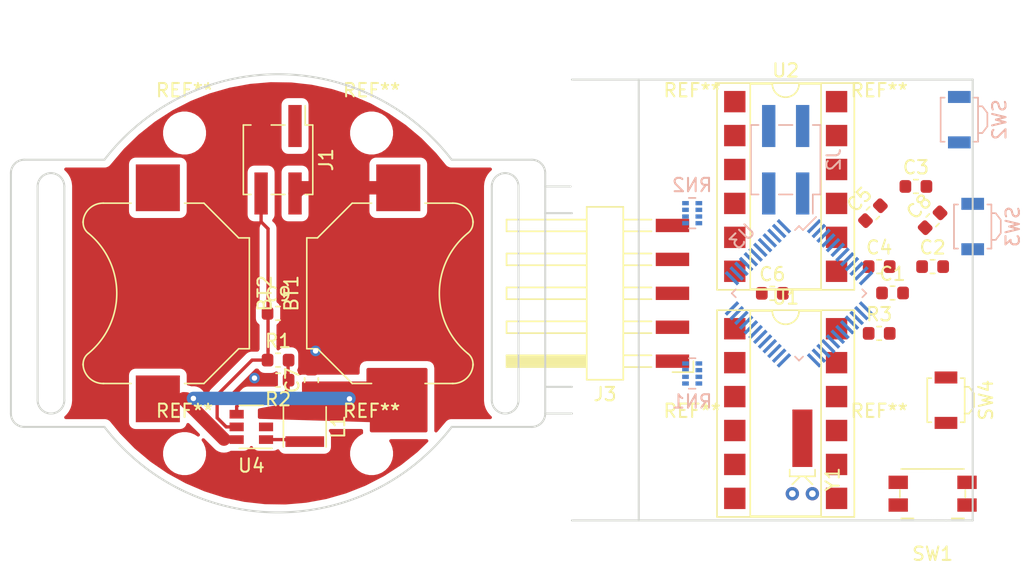
<source format=kicad_pcb>
(kicad_pcb (version 20171130) (host pcbnew "(5.0.0)")

  (general
    (thickness 1.6)
    (drawings 30)
    (tracks 38)
    (zones 0)
    (modules 37)
    (nets 55)
  )

  (page A4)
  (layers
    (0 F.Cu signal)
    (31 B.Cu signal)
    (32 B.Adhes user)
    (33 F.Adhes user)
    (34 B.Paste user)
    (35 F.Paste user)
    (36 B.SilkS user)
    (37 F.SilkS user)
    (38 B.Mask user)
    (39 F.Mask user)
    (40 Dwgs.User user hide)
    (41 Cmts.User user)
    (42 Eco1.User user)
    (43 Eco2.User user)
    (44 Edge.Cuts user)
    (45 Margin user)
    (46 B.CrtYd user hide)
    (47 F.CrtYd user)
    (48 B.Fab user)
    (49 F.Fab user hide)
  )

  (setup
    (last_trace_width 0.25)
    (trace_clearance 0.2)
    (zone_clearance 0)
    (zone_45_only no)
    (trace_min 0.2)
    (segment_width 0.2)
    (edge_width 0.15)
    (via_size 0.8)
    (via_drill 0.4)
    (via_min_size 0.4)
    (via_min_drill 0.3)
    (uvia_size 0.3)
    (uvia_drill 0.1)
    (uvias_allowed no)
    (uvia_min_size 0.2)
    (uvia_min_drill 0.1)
    (pcb_text_width 0.3)
    (pcb_text_size 1.5 1.5)
    (mod_edge_width 0.15)
    (mod_text_size 1 1)
    (mod_text_width 0.15)
    (pad_size 2.2 2.2)
    (pad_drill 2.2)
    (pad_to_mask_clearance 0.2)
    (aux_axis_origin 76 93)
    (visible_elements 7FFFFFFF)
    (pcbplotparams
      (layerselection 0x010fc_ffffffff)
      (usegerberextensions false)
      (usegerberattributes false)
      (usegerberadvancedattributes false)
      (creategerberjobfile false)
      (excludeedgelayer true)
      (linewidth 0.100000)
      (plotframeref false)
      (viasonmask false)
      (mode 1)
      (useauxorigin false)
      (hpglpennumber 1)
      (hpglpenspeed 20)
      (hpglpendiameter 15.000000)
      (psnegative false)
      (psa4output false)
      (plotreference true)
      (plotvalue true)
      (plotinvisibletext false)
      (padsonsilk false)
      (subtractmaskfromsilk false)
      (outputformat 1)
      (mirror false)
      (drillshape 1)
      (scaleselection 1)
      (outputdirectory ""))
  )

  (net 0 "")
  (net 1 GND)
  (net 2 +BATT)
  (net 3 +3V3)
  (net 4 /RTC_XTAL_IN)
  (net 5 /RTC_XTAL_OUT)
  (net 6 /SWDCLK)
  (net 7 /SWDIO)
  (net 8 "Net-(L1-Pad2)")
  (net 9 "Net-(R1-Pad2)")
  (net 10 /SEGA)
  (net 11 /SEGB)
  (net 12 /SEGD)
  (net 13 /SEGC)
  (net 14 /IOSEGA)
  (net 15 /IOSEGC)
  (net 16 /IOSEGB)
  (net 17 /IOSEGD)
  (net 18 /IOSEGDP)
  (net 19 /IOSEGF)
  (net 20 /IOSEGG)
  (net 21 /IOSEGE)
  (net 22 /SEGG)
  (net 23 /SEGDP)
  (net 24 /SEGF)
  (net 25 /SEGE)
  (net 26 "Net-(SW1-Pad1)")
  (net 27 /BUTTON1)
  (net 28 /BUTTON2)
  (net 29 /BUTTON3)
  (net 30 /BUTTON4)
  (net 31 /DIS1)
  (net 32 /DIS3)
  (net 33 /DIS2)
  (net 34 /DIS4)
  (net 35 /DIS8)
  (net 36 /DIS6)
  (net 37 /DIS7)
  (net 38 /DIS5)
  (net 39 "Net-(U3-Pad2)")
  (net 40 "Net-(U3-Pad5)")
  (net 41 "Net-(U3-Pad6)")
  (net 42 "Net-(U3-Pad14)")
  (net 43 "Net-(U3-Pad15)")
  (net 44 "Net-(U3-Pad16)")
  (net 45 "Net-(U3-Pad17)")
  (net 46 "Net-(U3-Pad29)")
  (net 47 "Net-(U3-Pad30)")
  (net 48 "Net-(U3-Pad31)")
  (net 49 "Net-(U3-Pad32)")
  (net 50 "Net-(U3-Pad33)")
  (net 51 /I2C1_SCL)
  (net 52 /I2C1_SDA)
  (net 53 "Net-(U3-Pad38)")
  (net 54 /BOOT0)

  (net_class Default "This is the default net class."
    (clearance 0.2)
    (trace_width 0.25)
    (via_dia 0.8)
    (via_drill 0.4)
    (uvia_dia 0.3)
    (uvia_drill 0.1)
    (add_net +3V3)
    (add_net /BOOT0)
    (add_net /BUTTON1)
    (add_net /BUTTON2)
    (add_net /BUTTON3)
    (add_net /BUTTON4)
    (add_net /DIS1)
    (add_net /DIS2)
    (add_net /DIS3)
    (add_net /DIS4)
    (add_net /DIS5)
    (add_net /DIS6)
    (add_net /DIS7)
    (add_net /DIS8)
    (add_net /I2C1_SCL)
    (add_net /I2C1_SDA)
    (add_net /IOSEGA)
    (add_net /IOSEGB)
    (add_net /IOSEGC)
    (add_net /IOSEGD)
    (add_net /IOSEGDP)
    (add_net /IOSEGE)
    (add_net /IOSEGF)
    (add_net /IOSEGG)
    (add_net /RTC_XTAL_IN)
    (add_net /RTC_XTAL_OUT)
    (add_net /SEGA)
    (add_net /SEGB)
    (add_net /SEGC)
    (add_net /SEGD)
    (add_net /SEGDP)
    (add_net /SEGE)
    (add_net /SEGF)
    (add_net /SEGG)
    (add_net /SWDCLK)
    (add_net /SWDIO)
    (add_net GND)
    (add_net "Net-(L1-Pad2)")
    (add_net "Net-(R1-Pad2)")
    (add_net "Net-(SW1-Pad1)")
    (add_net "Net-(U3-Pad14)")
    (add_net "Net-(U3-Pad15)")
    (add_net "Net-(U3-Pad16)")
    (add_net "Net-(U3-Pad17)")
    (add_net "Net-(U3-Pad2)")
    (add_net "Net-(U3-Pad29)")
    (add_net "Net-(U3-Pad30)")
    (add_net "Net-(U3-Pad31)")
    (add_net "Net-(U3-Pad32)")
    (add_net "Net-(U3-Pad33)")
    (add_net "Net-(U3-Pad38)")
    (add_net "Net-(U3-Pad5)")
    (add_net "Net-(U3-Pad6)")
  )

  (net_class fattrack ""
    (clearance 0.2)
    (trace_width 1)
    (via_dia 0.8)
    (via_drill 0.4)
    (uvia_dia 0.3)
    (uvia_drill 0.1)
    (add_net +BATT)
  )

  (module Button_Switch_SMD:SW_SPST_B3U-3000P (layer B.Cu) (tedit 5A02FC95) (tstamp 5B7B7E11)
    (at 147 66 90)
    (descr "Ultra-small-sized Tactile Switch with High Contact Reliability, Side-actuated Model, without Ground Terminal, without Boss")
    (tags "Tactile Switch")
    (path /5B66EE2A)
    (attr smd)
    (fp_text reference SW2 (at 0 3 90) (layer B.SilkS)
      (effects (font (size 1 1) (thickness 0.15)) (justify mirror))
    )
    (fp_text value SW_Push (at 0 -2.5 90) (layer B.Fab)
      (effects (font (size 1 1) (thickness 0.15)) (justify mirror))
    )
    (fp_line (start -1.5 -1.25) (end -1.5 1.25) (layer B.Fab) (width 0.1))
    (fp_line (start 1.5 -1.25) (end -1.5 -1.25) (layer B.Fab) (width 0.1))
    (fp_line (start 1.5 1.25) (end 1.5 -1.25) (layer B.Fab) (width 0.1))
    (fp_line (start -1.5 1.25) (end 1.5 1.25) (layer B.Fab) (width 0.1))
    (fp_line (start 1.65 1.4) (end 1.65 1.1) (layer B.SilkS) (width 0.12))
    (fp_line (start -1.65 1.4) (end 1.65 1.4) (layer B.SilkS) (width 0.12))
    (fp_line (start -1.65 1.1) (end -1.65 1.4) (layer B.SilkS) (width 0.12))
    (fp_line (start 1.65 -1.4) (end 1.65 -1.1) (layer B.SilkS) (width 0.12))
    (fp_line (start -1.65 -1.1) (end -1.65 -1.4) (layer B.SilkS) (width 0.12))
    (fp_line (start -2.4 1.65) (end -2.4 -1.65) (layer B.CrtYd) (width 0.05))
    (fp_line (start -1.25 1.65) (end -2.4 1.65) (layer B.CrtYd) (width 0.05))
    (fp_line (start 2.4 -1.65) (end 2.4 1.65) (layer B.CrtYd) (width 0.05))
    (fp_line (start -2.4 -1.65) (end 2.4 -1.65) (layer B.CrtYd) (width 0.05))
    (fp_line (start -1.65 -1.4) (end 1.65 -1.4) (layer B.SilkS) (width 0.12))
    (fp_line (start 0.85 1.65) (end 0.85 1.25) (layer B.Fab) (width 0.1))
    (fp_line (start 0.45 1.95) (end 0.85 1.65) (layer B.Fab) (width 0.1))
    (fp_line (start -0.45 1.95) (end 0.45 1.95) (layer B.Fab) (width 0.1))
    (fp_line (start -0.85 1.65) (end -0.45 1.95) (layer B.Fab) (width 0.1))
    (fp_line (start -0.85 1.25) (end -0.85 1.65) (layer B.Fab) (width 0.1))
    (fp_line (start 1 1.72) (end 1 1.4) (layer B.SilkS) (width 0.12))
    (fp_line (start 0.5 2.1) (end 1 1.72) (layer B.SilkS) (width 0.12))
    (fp_line (start -0.5 2.1) (end 0.5 2.1) (layer B.SilkS) (width 0.12))
    (fp_line (start -1 1.72) (end -1 1.4) (layer B.SilkS) (width 0.12))
    (fp_line (start -0.5 2.1) (end -1 1.72) (layer B.SilkS) (width 0.12))
    (fp_line (start 1.25 1.65) (end 2.4 1.65) (layer B.CrtYd) (width 0.05))
    (fp_line (start 1.25 2.35) (end 1.25 1.65) (layer B.CrtYd) (width 0.05))
    (fp_line (start -1.25 2.35) (end 1.25 2.35) (layer B.CrtYd) (width 0.05))
    (fp_line (start -1.25 1.65) (end -1.25 2.35) (layer B.CrtYd) (width 0.05))
    (fp_text user %R (at 0 3 90) (layer B.Fab)
      (effects (font (size 1 1) (thickness 0.15)) (justify mirror))
    )
    (pad 2 smd rect (at 1.7 0 90) (size 0.9 1.7) (layers B.Cu B.Paste B.Mask)
      (net 28 /BUTTON2))
    (pad 1 smd rect (at -1.7 0 90) (size 0.9 1.7) (layers B.Cu B.Paste B.Mask)
      (net 26 "Net-(SW1-Pad1)"))
    (model ${KISYS3DMOD}/Button_Switch_SMD.3dshapes/SW_SPST_B3U-3000P.wrl
      (at (xyz 0 0 0))
      (scale (xyz 1 1 1))
      (rotate (xyz 0 0 0))
    )
  )

  (module Button_Switch_SMD:SW_SPST_B3U-3000P (layer B.Cu) (tedit 5A02FC95) (tstamp 5B7B7E2B)
    (at 148 74 90)
    (descr "Ultra-small-sized Tactile Switch with High Contact Reliability, Side-actuated Model, without Ground Terminal, without Boss")
    (tags "Tactile Switch")
    (path /5B66EEA0)
    (attr smd)
    (fp_text reference SW3 (at 0 3 90) (layer B.SilkS)
      (effects (font (size 1 1) (thickness 0.15)) (justify mirror))
    )
    (fp_text value SW_Push (at 0 -2.5 90) (layer B.Fab)
      (effects (font (size 1 1) (thickness 0.15)) (justify mirror))
    )
    (fp_line (start -1.5 -1.25) (end -1.5 1.25) (layer B.Fab) (width 0.1))
    (fp_line (start 1.5 -1.25) (end -1.5 -1.25) (layer B.Fab) (width 0.1))
    (fp_line (start 1.5 1.25) (end 1.5 -1.25) (layer B.Fab) (width 0.1))
    (fp_line (start -1.5 1.25) (end 1.5 1.25) (layer B.Fab) (width 0.1))
    (fp_line (start 1.65 1.4) (end 1.65 1.1) (layer B.SilkS) (width 0.12))
    (fp_line (start -1.65 1.4) (end 1.65 1.4) (layer B.SilkS) (width 0.12))
    (fp_line (start -1.65 1.1) (end -1.65 1.4) (layer B.SilkS) (width 0.12))
    (fp_line (start 1.65 -1.4) (end 1.65 -1.1) (layer B.SilkS) (width 0.12))
    (fp_line (start -1.65 -1.1) (end -1.65 -1.4) (layer B.SilkS) (width 0.12))
    (fp_line (start -2.4 1.65) (end -2.4 -1.65) (layer B.CrtYd) (width 0.05))
    (fp_line (start -1.25 1.65) (end -2.4 1.65) (layer B.CrtYd) (width 0.05))
    (fp_line (start 2.4 -1.65) (end 2.4 1.65) (layer B.CrtYd) (width 0.05))
    (fp_line (start -2.4 -1.65) (end 2.4 -1.65) (layer B.CrtYd) (width 0.05))
    (fp_line (start -1.65 -1.4) (end 1.65 -1.4) (layer B.SilkS) (width 0.12))
    (fp_line (start 0.85 1.65) (end 0.85 1.25) (layer B.Fab) (width 0.1))
    (fp_line (start 0.45 1.95) (end 0.85 1.65) (layer B.Fab) (width 0.1))
    (fp_line (start -0.45 1.95) (end 0.45 1.95) (layer B.Fab) (width 0.1))
    (fp_line (start -0.85 1.65) (end -0.45 1.95) (layer B.Fab) (width 0.1))
    (fp_line (start -0.85 1.25) (end -0.85 1.65) (layer B.Fab) (width 0.1))
    (fp_line (start 1 1.72) (end 1 1.4) (layer B.SilkS) (width 0.12))
    (fp_line (start 0.5 2.1) (end 1 1.72) (layer B.SilkS) (width 0.12))
    (fp_line (start -0.5 2.1) (end 0.5 2.1) (layer B.SilkS) (width 0.12))
    (fp_line (start -1 1.72) (end -1 1.4) (layer B.SilkS) (width 0.12))
    (fp_line (start -0.5 2.1) (end -1 1.72) (layer B.SilkS) (width 0.12))
    (fp_line (start 1.25 1.65) (end 2.4 1.65) (layer B.CrtYd) (width 0.05))
    (fp_line (start 1.25 2.35) (end 1.25 1.65) (layer B.CrtYd) (width 0.05))
    (fp_line (start -1.25 2.35) (end 1.25 2.35) (layer B.CrtYd) (width 0.05))
    (fp_line (start -1.25 1.65) (end -1.25 2.35) (layer B.CrtYd) (width 0.05))
    (fp_text user %R (at 0 3 90) (layer B.Fab)
      (effects (font (size 1 1) (thickness 0.15)) (justify mirror))
    )
    (pad 2 smd rect (at 1.7 0 90) (size 0.9 1.7) (layers B.Cu B.Paste B.Mask)
      (net 29 /BUTTON3))
    (pad 1 smd rect (at -1.7 0 90) (size 0.9 1.7) (layers B.Cu B.Paste B.Mask)
      (net 26 "Net-(SW1-Pad1)"))
    (model ${KISYS3DMOD}/Button_Switch_SMD.3dshapes/SW_SPST_B3U-3000P.wrl
      (at (xyz 0 0 0))
      (scale (xyz 1 1 1))
      (rotate (xyz 0 0 0))
    )
  )

  (module Button_Switch_SMD:SW_SPST_B3U-3000P (layer F.Cu) (tedit 5A02FC95) (tstamp 5B7B7E45)
    (at 146 87 270)
    (descr "Ultra-small-sized Tactile Switch with High Contact Reliability, Side-actuated Model, without Ground Terminal, without Boss")
    (tags "Tactile Switch")
    (path /5B66EF01)
    (attr smd)
    (fp_text reference SW4 (at 0 -3 270) (layer F.SilkS)
      (effects (font (size 1 1) (thickness 0.15)))
    )
    (fp_text value SW_Push (at 0 2.5 270) (layer F.Fab)
      (effects (font (size 1 1) (thickness 0.15)))
    )
    (fp_line (start -1.5 1.25) (end -1.5 -1.25) (layer F.Fab) (width 0.1))
    (fp_line (start 1.5 1.25) (end -1.5 1.25) (layer F.Fab) (width 0.1))
    (fp_line (start 1.5 -1.25) (end 1.5 1.25) (layer F.Fab) (width 0.1))
    (fp_line (start -1.5 -1.25) (end 1.5 -1.25) (layer F.Fab) (width 0.1))
    (fp_line (start 1.65 -1.4) (end 1.65 -1.1) (layer F.SilkS) (width 0.12))
    (fp_line (start -1.65 -1.4) (end 1.65 -1.4) (layer F.SilkS) (width 0.12))
    (fp_line (start -1.65 -1.1) (end -1.65 -1.4) (layer F.SilkS) (width 0.12))
    (fp_line (start 1.65 1.4) (end 1.65 1.1) (layer F.SilkS) (width 0.12))
    (fp_line (start -1.65 1.1) (end -1.65 1.4) (layer F.SilkS) (width 0.12))
    (fp_line (start -2.4 -1.65) (end -2.4 1.65) (layer F.CrtYd) (width 0.05))
    (fp_line (start -1.25 -1.65) (end -2.4 -1.65) (layer F.CrtYd) (width 0.05))
    (fp_line (start 2.4 1.65) (end 2.4 -1.65) (layer F.CrtYd) (width 0.05))
    (fp_line (start -2.4 1.65) (end 2.4 1.65) (layer F.CrtYd) (width 0.05))
    (fp_line (start -1.65 1.4) (end 1.65 1.4) (layer F.SilkS) (width 0.12))
    (fp_line (start 0.85 -1.65) (end 0.85 -1.25) (layer F.Fab) (width 0.1))
    (fp_line (start 0.45 -1.95) (end 0.85 -1.65) (layer F.Fab) (width 0.1))
    (fp_line (start -0.45 -1.95) (end 0.45 -1.95) (layer F.Fab) (width 0.1))
    (fp_line (start -0.85 -1.65) (end -0.45 -1.95) (layer F.Fab) (width 0.1))
    (fp_line (start -0.85 -1.25) (end -0.85 -1.65) (layer F.Fab) (width 0.1))
    (fp_line (start 1 -1.72) (end 1 -1.4) (layer F.SilkS) (width 0.12))
    (fp_line (start 0.5 -2.1) (end 1 -1.72) (layer F.SilkS) (width 0.12))
    (fp_line (start -0.5 -2.1) (end 0.5 -2.1) (layer F.SilkS) (width 0.12))
    (fp_line (start -1 -1.72) (end -1 -1.4) (layer F.SilkS) (width 0.12))
    (fp_line (start -0.5 -2.1) (end -1 -1.72) (layer F.SilkS) (width 0.12))
    (fp_line (start 1.25 -1.65) (end 2.4 -1.65) (layer F.CrtYd) (width 0.05))
    (fp_line (start 1.25 -2.35) (end 1.25 -1.65) (layer F.CrtYd) (width 0.05))
    (fp_line (start -1.25 -2.35) (end 1.25 -2.35) (layer F.CrtYd) (width 0.05))
    (fp_line (start -1.25 -1.65) (end -1.25 -2.35) (layer F.CrtYd) (width 0.05))
    (fp_text user %R (at 0 -3 270) (layer F.Fab)
      (effects (font (size 1 1) (thickness 0.15)))
    )
    (pad 2 smd rect (at 1.7 0 270) (size 0.9 1.7) (layers F.Cu F.Paste F.Mask)
      (net 30 /BUTTON4))
    (pad 1 smd rect (at -1.7 0 270) (size 0.9 1.7) (layers F.Cu F.Paste F.Mask)
      (net 26 "Net-(SW1-Pad1)"))
    (model ${KISYS3DMOD}/Button_Switch_SMD.3dshapes/SW_SPST_B3U-3000P.wrl
      (at (xyz 0 0 0))
      (scale (xyz 1 1 1))
      (rotate (xyz 0 0 0))
    )
  )

  (module Button_Switch_SMD:Panasonic_EVQPUM_EVQPUD (layer F.Cu) (tedit 5A02FC95) (tstamp 5B7B7DF7)
    (at 145 94 180)
    (descr http://industrial.panasonic.com/cdbs/www-data/pdf/ATV0000/ATV0000CE5.pdf)
    (tags "SMD SMT SPST EVQPUM EVQPUD")
    (path /5B66ED8A)
    (attr smd)
    (fp_text reference SW1 (at 0 -4.5 180) (layer F.SilkS)
      (effects (font (size 1 1) (thickness 0.15)))
    )
    (fp_text value SW_Push (at 0 3.5 180) (layer F.Fab)
      (effects (font (size 1 1) (thickness 0.15)))
    )
    (fp_line (start 3.8 -3.25) (end -3.8 -3.25) (layer F.CrtYd) (width 0.05))
    (fp_line (start 3.8 2.25) (end -3.8 2.25) (layer F.CrtYd) (width 0.05))
    (fp_line (start -3.8 2.25) (end -3.8 -3.25) (layer F.CrtYd) (width 0.05))
    (fp_line (start -1.425 -1.85) (end -2.35 -1.85) (layer F.SilkS) (width 0.12))
    (fp_line (start 2.45 0.275) (end 2.45 -0.275) (layer F.SilkS) (width 0.12))
    (fp_line (start 2.35 1.75) (end -2.35 1.75) (layer F.Fab) (width 0.1))
    (fp_line (start 2.35 -1.75) (end -2.35 -1.75) (layer F.Fab) (width 0.1))
    (fp_line (start -2.35 1.75) (end -2.35 -1.75) (layer F.Fab) (width 0.1))
    (fp_line (start 2.35 1.75) (end 2.35 -1.75) (layer F.Fab) (width 0.1))
    (fp_line (start 1.3 -2.75) (end -1.3 -2.75) (layer F.Fab) (width 0.1))
    (fp_line (start 1.3 -2.75) (end 1.3 -1.75) (layer F.Fab) (width 0.1))
    (fp_line (start -1.3 -2.75) (end -1.3 -1.75) (layer F.Fab) (width 0.1))
    (fp_line (start -2.45 0.275) (end -2.45 -0.275) (layer F.SilkS) (width 0.12))
    (fp_line (start 2.35 1.85) (end -2.35 1.85) (layer F.SilkS) (width 0.12))
    (fp_line (start 2.35 -1.85) (end 1.425 -1.85) (layer F.SilkS) (width 0.12))
    (fp_line (start 3.8 2.25) (end 3.8 -3.25) (layer F.CrtYd) (width 0.05))
    (fp_text user %R (at 0 0 180) (layer F.Fab)
      (effects (font (size 1 1) (thickness 0.15)))
    )
    (pad "" np_thru_hole circle (at 0 -1.375) (size 0.75 0.75) (drill 0.75) (layers *.Cu *.Mask))
    (pad "" np_thru_hole circle (at 0 1.375) (size 0.75 0.75) (drill 0.75) (layers *.Cu *.Mask))
    (pad 1 smd rect (at 2.575 -0.85) (size 1.45 1) (layers F.Cu F.Paste F.Mask)
      (net 26 "Net-(SW1-Pad1)"))
    (pad 1 smd rect (at -2.575 -0.85) (size 1.45 1) (layers F.Cu F.Paste F.Mask)
      (net 26 "Net-(SW1-Pad1)"))
    (pad 2 smd rect (at -2.575 0.85) (size 1.45 1) (layers F.Cu F.Paste F.Mask)
      (net 27 /BUTTON1))
    (pad 2 smd rect (at 2.575 0.85) (size 1.45 1) (layers F.Cu F.Paste F.Mask)
      (net 27 /BUTTON1))
    (model ${KISYS3DMOD}/Button_Switch_SMD.3dshapes/Panasonic_EVQPUM_EVQPUD.wrl
      (at (xyz 0 0 0))
      (scale (xyz 1 1 1))
      (rotate (xyz 0 0 0))
    )
  )

  (module MountingHole:MountingHole_2.2mm_M2 (layer F.Cu) (tedit 5B685E1A) (tstamp 5B686B4B)
    (at 127 91)
    (descr "Mounting Hole 2.2mm, no annular, M2")
    (tags "mounting hole 2.2mm no annular m2")
    (attr virtual)
    (fp_text reference REF** (at 0 -3.2) (layer F.SilkS)
      (effects (font (size 1 1) (thickness 0.15)))
    )
    (fp_text value MountingHole_2.2mm_M2 (at 0 3.2) (layer F.Fab)
      (effects (font (size 1 1) (thickness 0.15)))
    )
    (fp_text user %R (at 0.3 0) (layer F.Fab)
      (effects (font (size 1 1) (thickness 0.15)))
    )
    (fp_circle (center 0 0) (end 2.2 0) (layer Cmts.User) (width 0.15))
    (fp_circle (center 0 0) (end 2.45 0) (layer F.CrtYd) (width 0.05))
    (pad "" np_thru_hole circle (at 0 0) (size 2.2 2.2) (drill 2.2) (layers *.Cu *.Mask))
  )

  (module MountingHole:MountingHole_2.2mm_M2 (layer F.Cu) (tedit 5B685E1A) (tstamp 5B686B3D)
    (at 141 91)
    (descr "Mounting Hole 2.2mm, no annular, M2")
    (tags "mounting hole 2.2mm no annular m2")
    (attr virtual)
    (fp_text reference REF** (at 0 -3.2) (layer F.SilkS)
      (effects (font (size 1 1) (thickness 0.15)))
    )
    (fp_text value MountingHole_2.2mm_M2 (at 0 3.2) (layer F.Fab)
      (effects (font (size 1 1) (thickness 0.15)))
    )
    (fp_circle (center 0 0) (end 2.45 0) (layer F.CrtYd) (width 0.05))
    (fp_circle (center 0 0) (end 2.2 0) (layer Cmts.User) (width 0.15))
    (fp_text user %R (at 0.3 0) (layer F.Fab)
      (effects (font (size 1 1) (thickness 0.15)))
    )
    (pad "" np_thru_hole circle (at 0 0) (size 2.2 2.2) (drill 2.2) (layers *.Cu *.Mask))
  )

  (module MountingHole:MountingHole_2.2mm_M2 (layer F.Cu) (tedit 5B685E1A) (tstamp 5B6865AE)
    (at 141 67)
    (descr "Mounting Hole 2.2mm, no annular, M2")
    (tags "mounting hole 2.2mm no annular m2")
    (attr virtual)
    (fp_text reference REF** (at 0 -3.2) (layer F.SilkS)
      (effects (font (size 1 1) (thickness 0.15)))
    )
    (fp_text value MountingHole_2.2mm_M2 (at 0 3.2) (layer F.Fab)
      (effects (font (size 1 1) (thickness 0.15)))
    )
    (fp_text user %R (at 0.3 0) (layer F.Fab)
      (effects (font (size 1 1) (thickness 0.15)))
    )
    (fp_circle (center 0 0) (end 2.2 0) (layer Cmts.User) (width 0.15))
    (fp_circle (center 0 0) (end 2.45 0) (layer F.CrtYd) (width 0.05))
    (pad "" np_thru_hole circle (at 0 0) (size 2.2 2.2) (drill 2.2) (layers *.Cu *.Mask))
  )

  (module MountingHole:MountingHole_2.2mm_M2 (layer F.Cu) (tedit 56D1B4CB) (tstamp 5B68659F)
    (at 127 67)
    (descr "Mounting Hole 2.2mm, no annular, M2")
    (tags "mounting hole 2.2mm no annular m2")
    (attr virtual)
    (fp_text reference REF** (at 0 -3.2) (layer F.SilkS)
      (effects (font (size 1 1) (thickness 0.15)))
    )
    (fp_text value MountingHole_2.2mm_M2 (at 0 3.2) (layer F.Fab)
      (effects (font (size 1 1) (thickness 0.15)))
    )
    (fp_text user %R (at 0.3 0) (layer F.Fab)
      (effects (font (size 1 1) (thickness 0.15)))
    )
    (fp_circle (center 0 0) (end 2.2 0) (layer Cmts.User) (width 0.15))
    (fp_circle (center 0 0) (end 2.45 0) (layer F.CrtYd) (width 0.05))
    (pad 1 np_thru_hole circle (at 0 0) (size 2.2 2.2) (drill 2.2) (layers *.Cu *.Mask))
  )

  (module MountingHole:MountingHole_2.2mm_M2 (layer F.Cu) (tedit 56D1B4CB) (tstamp 5B7FAFCD)
    (at 89 67)
    (descr "Mounting Hole 2.2mm, no annular, M2")
    (tags "mounting hole 2.2mm no annular m2")
    (attr virtual)
    (fp_text reference REF** (at 0 -3.2) (layer F.SilkS)
      (effects (font (size 1 1) (thickness 0.15)))
    )
    (fp_text value MountingHole_2.2mm_M2 (at 0 3.2) (layer F.Fab)
      (effects (font (size 1 1) (thickness 0.15)))
    )
    (fp_text user %R (at 0.3 0) (layer F.Fab)
      (effects (font (size 1 1) (thickness 0.15)))
    )
    (fp_circle (center 0 0) (end 2.2 0) (layer Cmts.User) (width 0.15))
    (fp_circle (center 0 0) (end 2.45 0) (layer F.CrtYd) (width 0.05))
    (pad 1 np_thru_hole circle (at 0 0) (size 2.2 2.2) (drill 2.2) (layers *.Cu *.Mask))
  )

  (module MountingHole:MountingHole_2.2mm_M2 (layer F.Cu) (tedit 56D1B4CB) (tstamp 5B7FAFBF)
    (at 103 67)
    (descr "Mounting Hole 2.2mm, no annular, M2")
    (tags "mounting hole 2.2mm no annular m2")
    (attr virtual)
    (fp_text reference REF** (at 0 -3.2) (layer F.SilkS)
      (effects (font (size 1 1) (thickness 0.15)))
    )
    (fp_text value MountingHole_2.2mm_M2 (at 0 3.2) (layer F.Fab)
      (effects (font (size 1 1) (thickness 0.15)))
    )
    (fp_circle (center 0 0) (end 2.45 0) (layer F.CrtYd) (width 0.05))
    (fp_circle (center 0 0) (end 2.2 0) (layer Cmts.User) (width 0.15))
    (fp_text user %R (at 0.3 0) (layer F.Fab)
      (effects (font (size 1 1) (thickness 0.15)))
    )
    (pad 1 np_thru_hole circle (at 0 0) (size 2.2 2.2) (drill 2.2) (layers *.Cu *.Mask))
  )

  (module MountingHole:MountingHole_2.2mm_M2 (layer F.Cu) (tedit 5B685E1A) (tstamp 5B7FAF32)
    (at 103 91)
    (descr "Mounting Hole 2.2mm, no annular, M2")
    (tags "mounting hole 2.2mm no annular m2")
    (attr virtual)
    (fp_text reference REF** (at 0 -3.2) (layer F.SilkS)
      (effects (font (size 1 1) (thickness 0.15)))
    )
    (fp_text value MountingHole_2.2mm_M2 (at 0 3.2) (layer F.Fab)
      (effects (font (size 1 1) (thickness 0.15)))
    )
    (fp_circle (center 0 0) (end 2.45 0) (layer F.CrtYd) (width 0.05))
    (fp_circle (center 0 0) (end 2.2 0) (layer Cmts.User) (width 0.15))
    (fp_text user %R (at 0.3 0) (layer F.Fab)
      (effects (font (size 1 1) (thickness 0.15)))
    )
    (pad "" np_thru_hole circle (at 0 0) (size 2.2 2.2) (drill 2.2) (layers *.Cu *.Mask))
  )

  (module Package_QFP:LQFP-48_7x7mm_P0.5mm (layer B.Cu) (tedit 5A5E2375) (tstamp 5B73A3FE)
    (at 135 79 225)
    (descr "48 LEAD LQFP 7x7mm (see MICREL LQFP7x7-48LD-PL-1.pdf)")
    (tags "QFP 0.5")
    (path /5B620EA5)
    (attr smd)
    (fp_text reference U3 (at 0 6 225) (layer B.SilkS)
      (effects (font (size 1 1) (thickness 0.15)) (justify mirror))
    )
    (fp_text value STM32F030C8Tx (at 0 -6 225) (layer B.Fab)
      (effects (font (size 1 1) (thickness 0.15)) (justify mirror))
    )
    (fp_line (start 3.13 -3.75) (end 3.75 -3.75) (layer B.CrtYd) (width 0.05))
    (fp_line (start 3.75 -3.13) (end 3.75 -3.75) (layer B.CrtYd) (width 0.05))
    (fp_line (start 3.13 -5.25) (end 3.13 -3.75) (layer B.CrtYd) (width 0.05))
    (fp_text user %R (at 0 0 225) (layer B.Fab)
      (effects (font (size 1 1) (thickness 0.15)) (justify mirror))
    )
    (fp_line (start -2.5 3.5) (end 3.5 3.5) (layer B.Fab) (width 0.1))
    (fp_line (start 3.5 3.5) (end 3.5 -3.5) (layer B.Fab) (width 0.1))
    (fp_line (start 3.5 -3.5) (end -3.5 -3.5) (layer B.Fab) (width 0.1))
    (fp_line (start -3.5 -3.5) (end -3.5 2.5) (layer B.Fab) (width 0.1))
    (fp_line (start -3.5 2.5) (end -2.5 3.5) (layer B.Fab) (width 0.1))
    (fp_line (start -5.25 3.13) (end -5.25 -3.13) (layer B.CrtYd) (width 0.05))
    (fp_line (start 5.25 3.13) (end 5.25 -3.13) (layer B.CrtYd) (width 0.05))
    (fp_line (start -3.13 5.25) (end 3.13 5.25) (layer B.CrtYd) (width 0.05))
    (fp_line (start -3.13 -5.25) (end 3.13 -5.25) (layer B.CrtYd) (width 0.05))
    (fp_line (start 3.56 3.56) (end 3.56 3.14) (layer B.SilkS) (width 0.12))
    (fp_line (start 3.56 -3.56) (end 3.56 -3.14) (layer B.SilkS) (width 0.12))
    (fp_line (start -3.56 -3.56) (end -3.56 -3.14) (layer B.SilkS) (width 0.12))
    (fp_line (start -3.56 3.56) (end -3.14 3.56) (layer B.SilkS) (width 0.12))
    (fp_line (start 3.56 -3.56) (end 3.14 -3.56) (layer B.SilkS) (width 0.12))
    (fp_line (start 3.56 3.56) (end 3.14 3.56) (layer B.SilkS) (width 0.12))
    (fp_line (start -3.56 3.14) (end -4.94 3.14) (layer B.SilkS) (width 0.12))
    (fp_line (start -3.56 3.56) (end -3.56 3.14) (layer B.SilkS) (width 0.12))
    (fp_line (start -3.56 -3.56) (end -3.14 -3.56) (layer B.SilkS) (width 0.12))
    (fp_line (start 3.75 -3.13) (end 5.25 -3.13) (layer B.CrtYd) (width 0.05))
    (fp_line (start 3.75 3.13) (end 5.25 3.13) (layer B.CrtYd) (width 0.05))
    (fp_line (start 3.13 3.75) (end 3.13 5.25) (layer B.CrtYd) (width 0.05))
    (fp_line (start -3.13 3.75) (end -3.13 5.25) (layer B.CrtYd) (width 0.05))
    (fp_line (start -3.75 3.13) (end -5.25 3.13) (layer B.CrtYd) (width 0.05))
    (fp_line (start -3.75 -3.13) (end -5.25 -3.13) (layer B.CrtYd) (width 0.05))
    (fp_line (start -3.13 -3.75) (end -3.13 -5.25) (layer B.CrtYd) (width 0.05))
    (fp_line (start 3.13 3.75) (end 3.75 3.75) (layer B.CrtYd) (width 0.05))
    (fp_line (start 3.75 3.13) (end 3.75 3.75) (layer B.CrtYd) (width 0.05))
    (fp_line (start -3.75 -3.13) (end -3.75 -3.75) (layer B.CrtYd) (width 0.05))
    (fp_line (start -3.13 -3.75) (end -3.75 -3.75) (layer B.CrtYd) (width 0.05))
    (fp_line (start -3.75 3.13) (end -3.75 3.75) (layer B.CrtYd) (width 0.05))
    (fp_line (start -3.13 3.75) (end -3.75 3.75) (layer B.CrtYd) (width 0.05))
    (pad 1 smd rect (at -4.35 2.75 225) (size 1.3 0.25) (layers B.Cu B.Paste B.Mask)
      (net 3 +3V3))
    (pad 2 smd rect (at -4.35 2.25 225) (size 1.3 0.25) (layers B.Cu B.Paste B.Mask)
      (net 39 "Net-(U3-Pad2)"))
    (pad 3 smd rect (at -4.35 1.749999 225) (size 1.3 0.25) (layers B.Cu B.Paste B.Mask)
      (net 4 /RTC_XTAL_IN))
    (pad 4 smd rect (at -4.35 1.25 225) (size 1.3 0.25) (layers B.Cu B.Paste B.Mask)
      (net 5 /RTC_XTAL_OUT))
    (pad 5 smd rect (at -4.35 0.750001 225) (size 1.3 0.25) (layers B.Cu B.Paste B.Mask)
      (net 40 "Net-(U3-Pad5)"))
    (pad 6 smd rect (at -4.35 0.25 225) (size 1.3 0.25) (layers B.Cu B.Paste B.Mask)
      (net 41 "Net-(U3-Pad6)"))
    (pad 7 smd rect (at -4.35 -0.25 225) (size 1.3 0.25) (layers B.Cu B.Paste B.Mask)
      (net 3 +3V3))
    (pad 8 smd rect (at -4.35 -0.750001 225) (size 1.3 0.25) (layers B.Cu B.Paste B.Mask)
      (net 1 GND))
    (pad 9 smd rect (at -4.35 -1.25 225) (size 1.3 0.25) (layers B.Cu B.Paste B.Mask)
      (net 3 +3V3))
    (pad 10 smd rect (at -4.35 -1.749999 225) (size 1.3 0.25) (layers B.Cu B.Paste B.Mask)
      (net 27 /BUTTON1))
    (pad 11 smd rect (at -4.35 -2.25 225) (size 1.3 0.25) (layers B.Cu B.Paste B.Mask)
      (net 28 /BUTTON2))
    (pad 12 smd rect (at -4.35 -2.75 225) (size 1.3 0.25) (layers B.Cu B.Paste B.Mask)
      (net 29 /BUTTON3))
    (pad 13 smd rect (at -2.75 -4.35 135) (size 1.3 0.25) (layers B.Cu B.Paste B.Mask)
      (net 30 /BUTTON4))
    (pad 14 smd rect (at -2.25 -4.35 135) (size 1.3 0.25) (layers B.Cu B.Paste B.Mask)
      (net 42 "Net-(U3-Pad14)"))
    (pad 15 smd rect (at -1.749999 -4.35 135) (size 1.3 0.25) (layers B.Cu B.Paste B.Mask)
      (net 43 "Net-(U3-Pad15)"))
    (pad 16 smd rect (at -1.25 -4.35 135) (size 1.3 0.25) (layers B.Cu B.Paste B.Mask)
      (net 44 "Net-(U3-Pad16)"))
    (pad 17 smd rect (at -0.750001 -4.35 135) (size 1.3 0.25) (layers B.Cu B.Paste B.Mask)
      (net 45 "Net-(U3-Pad17)"))
    (pad 18 smd rect (at -0.25 -4.35 135) (size 1.3 0.25) (layers B.Cu B.Paste B.Mask)
      (net 14 /IOSEGA))
    (pad 19 smd rect (at 0.25 -4.35 135) (size 1.3 0.25) (layers B.Cu B.Paste B.Mask)
      (net 16 /IOSEGB))
    (pad 20 smd rect (at 0.750001 -4.35 135) (size 1.3 0.25) (layers B.Cu B.Paste B.Mask)
      (net 15 /IOSEGC))
    (pad 21 smd rect (at 1.25 -4.35 135) (size 1.3 0.25) (layers B.Cu B.Paste B.Mask)
      (net 32 /DIS3))
    (pad 22 smd rect (at 1.749999 -4.35 135) (size 1.3 0.25) (layers B.Cu B.Paste B.Mask)
      (net 34 /DIS4))
    (pad 23 smd rect (at 2.25 -4.35 135) (size 1.3 0.25) (layers B.Cu B.Paste B.Mask)
      (net 1 GND))
    (pad 24 smd rect (at 2.75 -4.35 135) (size 1.3 0.25) (layers B.Cu B.Paste B.Mask)
      (net 3 +3V3))
    (pad 25 smd rect (at 4.35 -2.75 225) (size 1.3 0.25) (layers B.Cu B.Paste B.Mask)
      (net 38 /DIS5))
    (pad 26 smd rect (at 4.35 -2.25 225) (size 1.3 0.25) (layers B.Cu B.Paste B.Mask)
      (net 36 /DIS6))
    (pad 27 smd rect (at 4.35 -1.749999 225) (size 1.3 0.25) (layers B.Cu B.Paste B.Mask)
      (net 37 /DIS7))
    (pad 28 smd rect (at 4.35 -1.25 225) (size 1.3 0.25) (layers B.Cu B.Paste B.Mask)
      (net 35 /DIS8))
    (pad 29 smd rect (at 4.35 -0.750001 225) (size 1.3 0.25) (layers B.Cu B.Paste B.Mask)
      (net 46 "Net-(U3-Pad29)"))
    (pad 30 smd rect (at 4.35 -0.25 225) (size 1.3 0.25) (layers B.Cu B.Paste B.Mask)
      (net 47 "Net-(U3-Pad30)"))
    (pad 31 smd rect (at 4.35 0.25 225) (size 1.3 0.25) (layers B.Cu B.Paste B.Mask)
      (net 48 "Net-(U3-Pad31)"))
    (pad 32 smd rect (at 4.35 0.750001 225) (size 1.3 0.25) (layers B.Cu B.Paste B.Mask)
      (net 49 "Net-(U3-Pad32)"))
    (pad 33 smd rect (at 4.35 1.25 225) (size 1.3 0.25) (layers B.Cu B.Paste B.Mask)
      (net 50 "Net-(U3-Pad33)"))
    (pad 34 smd rect (at 4.35 1.749999 225) (size 1.3 0.25) (layers B.Cu B.Paste B.Mask)
      (net 7 /SWDIO))
    (pad 35 smd rect (at 4.35 2.25 225) (size 1.3 0.25) (layers B.Cu B.Paste B.Mask)
      (net 51 /I2C1_SCL))
    (pad 36 smd rect (at 4.35 2.75 225) (size 1.3 0.25) (layers B.Cu B.Paste B.Mask)
      (net 52 /I2C1_SDA))
    (pad 37 smd rect (at 2.75 4.35 135) (size 1.3 0.25) (layers B.Cu B.Paste B.Mask)
      (net 6 /SWDCLK))
    (pad 38 smd rect (at 2.25 4.35 135) (size 1.3 0.25) (layers B.Cu B.Paste B.Mask)
      (net 53 "Net-(U3-Pad38)"))
    (pad 39 smd rect (at 1.749999 4.35 135) (size 1.3 0.25) (layers B.Cu B.Paste B.Mask)
      (net 17 /IOSEGD))
    (pad 40 smd rect (at 1.25 4.35 135) (size 1.3 0.25) (layers B.Cu B.Paste B.Mask)
      (net 21 /IOSEGE))
    (pad 41 smd rect (at 0.750001 4.35 135) (size 1.3 0.25) (layers B.Cu B.Paste B.Mask)
      (net 19 /IOSEGF))
    (pad 42 smd rect (at 0.25 4.35 135) (size 1.3 0.25) (layers B.Cu B.Paste B.Mask)
      (net 20 /IOSEGG))
    (pad 43 smd rect (at -0.25 4.35 135) (size 1.3 0.25) (layers B.Cu B.Paste B.Mask)
      (net 18 /IOSEGDP))
    (pad 44 smd rect (at -0.750001 4.35 135) (size 1.3 0.25) (layers B.Cu B.Paste B.Mask)
      (net 54 /BOOT0))
    (pad 45 smd rect (at -1.25 4.35 135) (size 1.3 0.25) (layers B.Cu B.Paste B.Mask)
      (net 31 /DIS1))
    (pad 46 smd rect (at -1.749999 4.35 135) (size 1.3 0.25) (layers B.Cu B.Paste B.Mask)
      (net 33 /DIS2))
    (pad 47 smd rect (at -2.25 4.35 135) (size 1.3 0.25) (layers B.Cu B.Paste B.Mask)
      (net 1 GND))
    (pad 48 smd rect (at -2.75 4.35 135) (size 1.3 0.25) (layers B.Cu B.Paste B.Mask)
      (net 3 +3V3))
    (model ${KISYS3DMOD}/Package_QFP.3dshapes/LQFP-48_7x7mm_P0.5mm.wrl
      (at (xyz 0 0 0))
      (scale (xyz 1 1 1))
      (rotate (xyz 0 0 0))
    )
  )

  (module MountingHole:MountingHole_2.2mm_M2 (layer F.Cu) (tedit 56D1B4CB) (tstamp 5B7FAF06)
    (at 89 91)
    (descr "Mounting Hole 2.2mm, no annular, M2")
    (tags "mounting hole 2.2mm no annular m2")
    (attr virtual)
    (fp_text reference REF** (at 0 -3.2) (layer F.SilkS)
      (effects (font (size 1 1) (thickness 0.15)))
    )
    (fp_text value MountingHole_2.2mm_M2 (at 0 3.2) (layer F.Fab)
      (effects (font (size 1 1) (thickness 0.15)))
    )
    (fp_circle (center 0 0) (end 2.45 0) (layer F.CrtYd) (width 0.05))
    (fp_circle (center 0 0) (end 2.2 0) (layer Cmts.User) (width 0.15))
    (fp_text user %R (at 0.3 0) (layer F.Fab)
      (effects (font (size 1 1) (thickness 0.15)))
    )
    (pad 1 np_thru_hole circle (at 0 0) (size 2.2 2.2) (drill 2.2) (layers *.Cu *.Mask))
  )

  (module Battery:BatteryHolder_Keystone_3000_1x12mm (layer F.Cu) (tedit 58972371) (tstamp 5B7B7BFF)
    (at 105 79 90)
    (descr http://www.keyelco.com/product-pdf.cfm?p=777)
    (tags "Keystone type 3000 coin cell retainer")
    (path /5B647FA6)
    (attr smd)
    (fp_text reference BT1 (at 0 -8 90) (layer F.SilkS)
      (effects (font (size 1 1) (thickness 0.15)))
    )
    (fp_text value Battery_Cell (at 0 7.5 90) (layer F.Fab)
      (effects (font (size 1 1) (thickness 0.15)))
    )
    (fp_text user %R (at 0 0 90) (layer F.Fab)
      (effects (font (size 1 1) (thickness 0.15)))
    )
    (fp_arc (start 0 0) (end 0 6.75) (angle 36.6) (layer F.CrtYd) (width 0.05))
    (fp_arc (start 0.11 9.15) (end 4.22 5.65) (angle -3.1) (layer F.CrtYd) (width 0.05))
    (fp_arc (start 0.11 9.15) (end -4.22 5.65) (angle 3.1) (layer F.CrtYd) (width 0.05))
    (fp_arc (start 0 0) (end 0 6.75) (angle -36.6) (layer F.CrtYd) (width 0.05))
    (fp_arc (start 5.25 4.1) (end 5.3 6.1) (angle -90) (layer F.CrtYd) (width 0.05))
    (fp_arc (start 5.29 4.6) (end 4.22 5.65) (angle -54.1) (layer F.CrtYd) (width 0.05))
    (fp_arc (start -5.29 4.6) (end -4.22 5.65) (angle 54.1) (layer F.CrtYd) (width 0.05))
    (fp_circle (center 0 0) (end 0 6.25) (layer Dwgs.User) (width 0.15))
    (fp_arc (start 5.29 4.6) (end 4.5 5.2) (angle -60) (layer F.SilkS) (width 0.12))
    (fp_arc (start -5.29 4.6) (end -4.5 5.2) (angle 60) (layer F.SilkS) (width 0.12))
    (fp_arc (start 0 8.9) (end -4.5 5.2) (angle 101) (layer F.SilkS) (width 0.12))
    (fp_arc (start 5.29 4.6) (end 4.6 5.1) (angle -60) (layer F.Fab) (width 0.1))
    (fp_arc (start -5.29 4.6) (end -4.6 5.1) (angle 60) (layer F.Fab) (width 0.1))
    (fp_arc (start 0 8.9) (end -4.6 5.1) (angle 101) (layer F.Fab) (width 0.1))
    (fp_arc (start -5.25 4.1) (end -5.3 6.1) (angle 90) (layer F.CrtYd) (width 0.05))
    (fp_arc (start 5.25 4.1) (end 5.3 5.6) (angle -90) (layer F.SilkS) (width 0.12))
    (fp_arc (start -5.25 4.1) (end -5.3 5.6) (angle 90) (layer F.SilkS) (width 0.12))
    (fp_line (start -7.25 2.15) (end -7.25 4.1) (layer F.CrtYd) (width 0.05))
    (fp_line (start 7.25 2.15) (end 7.25 4.1) (layer F.CrtYd) (width 0.05))
    (fp_line (start 6.75 2) (end 6.75 4.1) (layer F.SilkS) (width 0.12))
    (fp_line (start -6.75 2) (end -6.75 4.1) (layer F.SilkS) (width 0.12))
    (fp_arc (start 5.25 4.1) (end 5.3 5.45) (angle -90) (layer F.Fab) (width 0.1))
    (fp_line (start 7.25 -2.15) (end 7.25 -3.8) (layer F.CrtYd) (width 0.05))
    (fp_line (start 7.25 -3.8) (end 4.65 -6.4) (layer F.CrtYd) (width 0.05))
    (fp_line (start 4.65 -6.4) (end 4.65 -7.35) (layer F.CrtYd) (width 0.05))
    (fp_line (start -4.65 -7.35) (end 4.65 -7.35) (layer F.CrtYd) (width 0.05))
    (fp_line (start -4.65 -6.4) (end -4.65 -7.35) (layer F.CrtYd) (width 0.05))
    (fp_line (start -7.25 -3.8) (end -4.65 -6.4) (layer F.CrtYd) (width 0.05))
    (fp_line (start -7.25 -2.15) (end -7.25 -3.8) (layer F.CrtYd) (width 0.05))
    (fp_line (start -6.75 -2) (end -6.75 -3.45) (layer F.SilkS) (width 0.12))
    (fp_line (start -6.75 -3.45) (end -4.15 -6.05) (layer F.SilkS) (width 0.12))
    (fp_line (start -4.15 -6.05) (end -4.15 -6.85) (layer F.SilkS) (width 0.12))
    (fp_line (start -4.15 -6.85) (end 4.15 -6.85) (layer F.SilkS) (width 0.12))
    (fp_line (start 4.15 -6.85) (end 4.15 -6.05) (layer F.SilkS) (width 0.12))
    (fp_line (start 4.15 -6.05) (end 6.75 -3.45) (layer F.SilkS) (width 0.12))
    (fp_line (start 6.75 -3.45) (end 6.75 -2) (layer F.SilkS) (width 0.12))
    (fp_line (start -7.25 -2.15) (end -10.15 -2.15) (layer F.CrtYd) (width 0.05))
    (fp_line (start -10.15 -2.15) (end -10.15 2.15) (layer F.CrtYd) (width 0.05))
    (fp_line (start -10.15 2.15) (end -7.25 2.15) (layer F.CrtYd) (width 0.05))
    (fp_line (start 7.25 -2.15) (end 10.15 -2.15) (layer F.CrtYd) (width 0.05))
    (fp_line (start 10.15 -2.15) (end 10.15 2.15) (layer F.CrtYd) (width 0.05))
    (fp_line (start 10.15 2.15) (end 7.25 2.15) (layer F.CrtYd) (width 0.05))
    (fp_arc (start -5.25 4.1) (end -5.3 5.45) (angle 90) (layer F.Fab) (width 0.1))
    (fp_line (start 6.6 -3.4) (end 6.6 4.1) (layer F.Fab) (width 0.1))
    (fp_line (start -6.6 -3.4) (end -6.6 4.1) (layer F.Fab) (width 0.1))
    (fp_line (start 4 -6) (end 6.6 -3.4) (layer F.Fab) (width 0.1))
    (fp_line (start -4 -6) (end -6.6 -3.4) (layer F.Fab) (width 0.1))
    (fp_line (start 4 -6.7) (end 4 -6) (layer F.Fab) (width 0.1))
    (fp_line (start -4 -6.7) (end -4 -6) (layer F.Fab) (width 0.1))
    (fp_line (start -4 -6.7) (end 4 -6.7) (layer F.Fab) (width 0.1))
    (pad 1 smd rect (at -7.9 0 90) (size 3.5 3.3) (layers F.Cu F.Paste F.Mask)
      (net 2 +BATT))
    (pad 1 smd rect (at 7.9 0 90) (size 3.5 3.3) (layers F.Cu F.Paste F.Mask)
      (net 2 +BATT))
    (pad 2 smd rect (at 0 0 90) (size 4 4) (layers F.Cu F.Mask)
      (net 1 GND))
    (model ${KISYS3DMOD}/Battery.3dshapes/BatteryHolder_Keystone_3000_1x12mm.wrl
      (at (xyz 0 0 0))
      (scale (xyz 1 1 1))
      (rotate (xyz 0 0 0))
    )
  )

  (module Battery:BatteryHolder_Keystone_3000_1x12mm (layer F.Cu) (tedit 58972371) (tstamp 5B7B7C38)
    (at 87 79 270)
    (descr http://www.keyelco.com/product-pdf.cfm?p=777)
    (tags "Keystone type 3000 coin cell retainer")
    (path /5B647F46)
    (attr smd)
    (fp_text reference BT2 (at 0 -8 270) (layer F.SilkS)
      (effects (font (size 1 1) (thickness 0.15)))
    )
    (fp_text value Battery_Cell (at 0 7.5 270) (layer F.Fab)
      (effects (font (size 1 1) (thickness 0.15)))
    )
    (fp_line (start -4 -6.7) (end 4 -6.7) (layer F.Fab) (width 0.1))
    (fp_line (start -4 -6.7) (end -4 -6) (layer F.Fab) (width 0.1))
    (fp_line (start 4 -6.7) (end 4 -6) (layer F.Fab) (width 0.1))
    (fp_line (start -4 -6) (end -6.6 -3.4) (layer F.Fab) (width 0.1))
    (fp_line (start 4 -6) (end 6.6 -3.4) (layer F.Fab) (width 0.1))
    (fp_line (start -6.6 -3.4) (end -6.6 4.1) (layer F.Fab) (width 0.1))
    (fp_line (start 6.6 -3.4) (end 6.6 4.1) (layer F.Fab) (width 0.1))
    (fp_arc (start -5.25 4.1) (end -5.3 5.45) (angle 90) (layer F.Fab) (width 0.1))
    (fp_line (start 10.15 2.15) (end 7.25 2.15) (layer F.CrtYd) (width 0.05))
    (fp_line (start 10.15 -2.15) (end 10.15 2.15) (layer F.CrtYd) (width 0.05))
    (fp_line (start 7.25 -2.15) (end 10.15 -2.15) (layer F.CrtYd) (width 0.05))
    (fp_line (start -10.15 2.15) (end -7.25 2.15) (layer F.CrtYd) (width 0.05))
    (fp_line (start -10.15 -2.15) (end -10.15 2.15) (layer F.CrtYd) (width 0.05))
    (fp_line (start -7.25 -2.15) (end -10.15 -2.15) (layer F.CrtYd) (width 0.05))
    (fp_line (start 6.75 -3.45) (end 6.75 -2) (layer F.SilkS) (width 0.12))
    (fp_line (start 4.15 -6.05) (end 6.75 -3.45) (layer F.SilkS) (width 0.12))
    (fp_line (start 4.15 -6.85) (end 4.15 -6.05) (layer F.SilkS) (width 0.12))
    (fp_line (start -4.15 -6.85) (end 4.15 -6.85) (layer F.SilkS) (width 0.12))
    (fp_line (start -4.15 -6.05) (end -4.15 -6.85) (layer F.SilkS) (width 0.12))
    (fp_line (start -6.75 -3.45) (end -4.15 -6.05) (layer F.SilkS) (width 0.12))
    (fp_line (start -6.75 -2) (end -6.75 -3.45) (layer F.SilkS) (width 0.12))
    (fp_line (start -7.25 -2.15) (end -7.25 -3.8) (layer F.CrtYd) (width 0.05))
    (fp_line (start -7.25 -3.8) (end -4.65 -6.4) (layer F.CrtYd) (width 0.05))
    (fp_line (start -4.65 -6.4) (end -4.65 -7.35) (layer F.CrtYd) (width 0.05))
    (fp_line (start -4.65 -7.35) (end 4.65 -7.35) (layer F.CrtYd) (width 0.05))
    (fp_line (start 4.65 -6.4) (end 4.65 -7.35) (layer F.CrtYd) (width 0.05))
    (fp_line (start 7.25 -3.8) (end 4.65 -6.4) (layer F.CrtYd) (width 0.05))
    (fp_line (start 7.25 -2.15) (end 7.25 -3.8) (layer F.CrtYd) (width 0.05))
    (fp_arc (start 5.25 4.1) (end 5.3 5.45) (angle -90) (layer F.Fab) (width 0.1))
    (fp_line (start -6.75 2) (end -6.75 4.1) (layer F.SilkS) (width 0.12))
    (fp_line (start 6.75 2) (end 6.75 4.1) (layer F.SilkS) (width 0.12))
    (fp_line (start 7.25 2.15) (end 7.25 4.1) (layer F.CrtYd) (width 0.05))
    (fp_line (start -7.25 2.15) (end -7.25 4.1) (layer F.CrtYd) (width 0.05))
    (fp_arc (start -5.25 4.1) (end -5.3 5.6) (angle 90) (layer F.SilkS) (width 0.12))
    (fp_arc (start 5.25 4.1) (end 5.3 5.6) (angle -90) (layer F.SilkS) (width 0.12))
    (fp_arc (start -5.25 4.1) (end -5.3 6.1) (angle 90) (layer F.CrtYd) (width 0.05))
    (fp_arc (start 0 8.9) (end -4.6 5.1) (angle 101) (layer F.Fab) (width 0.1))
    (fp_arc (start -5.29 4.6) (end -4.6 5.1) (angle 60) (layer F.Fab) (width 0.1))
    (fp_arc (start 5.29 4.6) (end 4.6 5.1) (angle -60) (layer F.Fab) (width 0.1))
    (fp_arc (start 0 8.9) (end -4.5 5.2) (angle 101) (layer F.SilkS) (width 0.12))
    (fp_arc (start -5.29 4.6) (end -4.5 5.2) (angle 60) (layer F.SilkS) (width 0.12))
    (fp_arc (start 5.29 4.6) (end 4.5 5.2) (angle -60) (layer F.SilkS) (width 0.12))
    (fp_circle (center 0 0) (end 0 6.25) (layer Dwgs.User) (width 0.15))
    (fp_arc (start -5.29 4.6) (end -4.22 5.65) (angle 54.1) (layer F.CrtYd) (width 0.05))
    (fp_arc (start 5.29 4.6) (end 4.22 5.65) (angle -54.1) (layer F.CrtYd) (width 0.05))
    (fp_arc (start 5.25 4.1) (end 5.3 6.1) (angle -90) (layer F.CrtYd) (width 0.05))
    (fp_arc (start 0 0) (end 0 6.75) (angle -36.6) (layer F.CrtYd) (width 0.05))
    (fp_arc (start 0.11 9.15) (end -4.22 5.65) (angle 3.1) (layer F.CrtYd) (width 0.05))
    (fp_arc (start 0.11 9.15) (end 4.22 5.65) (angle -3.1) (layer F.CrtYd) (width 0.05))
    (fp_arc (start 0 0) (end 0 6.75) (angle 36.6) (layer F.CrtYd) (width 0.05))
    (fp_text user %R (at 0 0 270) (layer F.Fab)
      (effects (font (size 1 1) (thickness 0.15)))
    )
    (pad 2 smd rect (at 0 0 270) (size 4 4) (layers F.Cu F.Mask)
      (net 1 GND))
    (pad 1 smd rect (at 7.9 0 270) (size 3.5 3.3) (layers F.Cu F.Paste F.Mask)
      (net 2 +BATT))
    (pad 1 smd rect (at -7.9 0 270) (size 3.5 3.3) (layers F.Cu F.Paste F.Mask)
      (net 2 +BATT))
    (model ${KISYS3DMOD}/Battery.3dshapes/BatteryHolder_Keystone_3000_1x12mm.wrl
      (at (xyz 0 0 0))
      (scale (xyz 1 1 1))
      (rotate (xyz 0 0 0))
    )
  )

  (module Capacitor_SMD:C_0603_1608Metric (layer F.Cu) (tedit 5B301BBE) (tstamp 5B7B7C71)
    (at 142 78.975001)
    (descr "Capacitor SMD 0603 (1608 Metric), square (rectangular) end terminal, IPC_7351 nominal, (Body size source: http://www.tortai-tech.com/upload/download/2011102023233369053.pdf), generated with kicad-footprint-generator")
    (tags capacitor)
    (path /5B66E8AD)
    (attr smd)
    (fp_text reference C1 (at 0 -1.43) (layer F.SilkS)
      (effects (font (size 1 1) (thickness 0.15)))
    )
    (fp_text value 4.7uF (at 0 1.43) (layer F.Fab)
      (effects (font (size 1 1) (thickness 0.15)))
    )
    (fp_line (start -0.8 0.4) (end -0.8 -0.4) (layer F.Fab) (width 0.1))
    (fp_line (start -0.8 -0.4) (end 0.8 -0.4) (layer F.Fab) (width 0.1))
    (fp_line (start 0.8 -0.4) (end 0.8 0.4) (layer F.Fab) (width 0.1))
    (fp_line (start 0.8 0.4) (end -0.8 0.4) (layer F.Fab) (width 0.1))
    (fp_line (start -0.162779 -0.51) (end 0.162779 -0.51) (layer F.SilkS) (width 0.12))
    (fp_line (start -0.162779 0.51) (end 0.162779 0.51) (layer F.SilkS) (width 0.12))
    (fp_line (start -1.48 0.73) (end -1.48 -0.73) (layer F.CrtYd) (width 0.05))
    (fp_line (start -1.48 -0.73) (end 1.48 -0.73) (layer F.CrtYd) (width 0.05))
    (fp_line (start 1.48 -0.73) (end 1.48 0.73) (layer F.CrtYd) (width 0.05))
    (fp_line (start 1.48 0.73) (end -1.48 0.73) (layer F.CrtYd) (width 0.05))
    (fp_text user %R (at 0 0) (layer F.Fab)
      (effects (font (size 0.4 0.4) (thickness 0.06)))
    )
    (pad 1 smd roundrect (at -0.7875 0) (size 0.875 0.95) (layers F.Cu F.Paste F.Mask) (roundrect_rratio 0.25)
      (net 3 +3V3))
    (pad 2 smd roundrect (at 0.7875 0) (size 0.875 0.95) (layers F.Cu F.Paste F.Mask) (roundrect_rratio 0.25)
      (net 1 GND))
    (model ${KISYS3DMOD}/Capacitor_SMD.3dshapes/C_0603_1608Metric.wrl
      (at (xyz 0 0 0))
      (scale (xyz 1 1 1))
      (rotate (xyz 0 0 0))
    )
  )

  (module Capacitor_SMD:C_0603_1608Metric (layer F.Cu) (tedit 5B301BBE) (tstamp 5B7B7C81)
    (at 145 77)
    (descr "Capacitor SMD 0603 (1608 Metric), square (rectangular) end terminal, IPC_7351 nominal, (Body size source: http://www.tortai-tech.com/upload/download/2011102023233369053.pdf), generated with kicad-footprint-generator")
    (tags capacitor)
    (path /5B672851)
    (attr smd)
    (fp_text reference C2 (at 0 -1.43) (layer F.SilkS)
      (effects (font (size 1 1) (thickness 0.15)))
    )
    (fp_text value 100nF (at 0 1.43) (layer F.Fab)
      (effects (font (size 1 1) (thickness 0.15)))
    )
    (fp_line (start -0.8 0.4) (end -0.8 -0.4) (layer F.Fab) (width 0.1))
    (fp_line (start -0.8 -0.4) (end 0.8 -0.4) (layer F.Fab) (width 0.1))
    (fp_line (start 0.8 -0.4) (end 0.8 0.4) (layer F.Fab) (width 0.1))
    (fp_line (start 0.8 0.4) (end -0.8 0.4) (layer F.Fab) (width 0.1))
    (fp_line (start -0.162779 -0.51) (end 0.162779 -0.51) (layer F.SilkS) (width 0.12))
    (fp_line (start -0.162779 0.51) (end 0.162779 0.51) (layer F.SilkS) (width 0.12))
    (fp_line (start -1.48 0.73) (end -1.48 -0.73) (layer F.CrtYd) (width 0.05))
    (fp_line (start -1.48 -0.73) (end 1.48 -0.73) (layer F.CrtYd) (width 0.05))
    (fp_line (start 1.48 -0.73) (end 1.48 0.73) (layer F.CrtYd) (width 0.05))
    (fp_line (start 1.48 0.73) (end -1.48 0.73) (layer F.CrtYd) (width 0.05))
    (fp_text user %R (at 0 0) (layer F.Fab)
      (effects (font (size 0.4 0.4) (thickness 0.06)))
    )
    (pad 1 smd roundrect (at -0.7875 0) (size 0.875 0.95) (layers F.Cu F.Paste F.Mask) (roundrect_rratio 0.25)
      (net 3 +3V3))
    (pad 2 smd roundrect (at 0.7875 0) (size 0.875 0.95) (layers F.Cu F.Paste F.Mask) (roundrect_rratio 0.25)
      (net 1 GND))
    (model ${KISYS3DMOD}/Capacitor_SMD.3dshapes/C_0603_1608Metric.wrl
      (at (xyz 0 0 0))
      (scale (xyz 1 1 1))
      (rotate (xyz 0 0 0))
    )
  )

  (module Capacitor_SMD:C_0603_1608Metric (layer F.Cu) (tedit 5B301BBE) (tstamp 5B7B7C91)
    (at 143.75 71)
    (descr "Capacitor SMD 0603 (1608 Metric), square (rectangular) end terminal, IPC_7351 nominal, (Body size source: http://www.tortai-tech.com/upload/download/2011102023233369053.pdf), generated with kicad-footprint-generator")
    (tags capacitor)
    (path /5B6728CC)
    (attr smd)
    (fp_text reference C3 (at 0 -1.43) (layer F.SilkS)
      (effects (font (size 1 1) (thickness 0.15)))
    )
    (fp_text value 100nF (at 0 1.43) (layer F.Fab)
      (effects (font (size 1 1) (thickness 0.15)))
    )
    (fp_text user %R (at 0 0) (layer F.Fab)
      (effects (font (size 0.4 0.4) (thickness 0.06)))
    )
    (fp_line (start 1.48 0.73) (end -1.48 0.73) (layer F.CrtYd) (width 0.05))
    (fp_line (start 1.48 -0.73) (end 1.48 0.73) (layer F.CrtYd) (width 0.05))
    (fp_line (start -1.48 -0.73) (end 1.48 -0.73) (layer F.CrtYd) (width 0.05))
    (fp_line (start -1.48 0.73) (end -1.48 -0.73) (layer F.CrtYd) (width 0.05))
    (fp_line (start -0.162779 0.51) (end 0.162779 0.51) (layer F.SilkS) (width 0.12))
    (fp_line (start -0.162779 -0.51) (end 0.162779 -0.51) (layer F.SilkS) (width 0.12))
    (fp_line (start 0.8 0.4) (end -0.8 0.4) (layer F.Fab) (width 0.1))
    (fp_line (start 0.8 -0.4) (end 0.8 0.4) (layer F.Fab) (width 0.1))
    (fp_line (start -0.8 -0.4) (end 0.8 -0.4) (layer F.Fab) (width 0.1))
    (fp_line (start -0.8 0.4) (end -0.8 -0.4) (layer F.Fab) (width 0.1))
    (pad 2 smd roundrect (at 0.7875 0) (size 0.875 0.95) (layers F.Cu F.Paste F.Mask) (roundrect_rratio 0.25)
      (net 1 GND))
    (pad 1 smd roundrect (at -0.7875 0) (size 0.875 0.95) (layers F.Cu F.Paste F.Mask) (roundrect_rratio 0.25)
      (net 3 +3V3))
    (model ${KISYS3DMOD}/Capacitor_SMD.3dshapes/C_0603_1608Metric.wrl
      (at (xyz 0 0 0))
      (scale (xyz 1 1 1))
      (rotate (xyz 0 0 0))
    )
  )

  (module Capacitor_SMD:C_0603_1608Metric (layer F.Cu) (tedit 5B301BBE) (tstamp 5B7B7CA1)
    (at 141 77)
    (descr "Capacitor SMD 0603 (1608 Metric), square (rectangular) end terminal, IPC_7351 nominal, (Body size source: http://www.tortai-tech.com/upload/download/2011102023233369053.pdf), generated with kicad-footprint-generator")
    (tags capacitor)
    (path /5B620DC5)
    (attr smd)
    (fp_text reference C4 (at 0 -1.43) (layer F.SilkS)
      (effects (font (size 1 1) (thickness 0.15)))
    )
    (fp_text value 10nF (at 0 1.43) (layer F.Fab)
      (effects (font (size 1 1) (thickness 0.15)))
    )
    (fp_line (start -0.8 0.4) (end -0.8 -0.4) (layer F.Fab) (width 0.1))
    (fp_line (start -0.8 -0.4) (end 0.8 -0.4) (layer F.Fab) (width 0.1))
    (fp_line (start 0.8 -0.4) (end 0.8 0.4) (layer F.Fab) (width 0.1))
    (fp_line (start 0.8 0.4) (end -0.8 0.4) (layer F.Fab) (width 0.1))
    (fp_line (start -0.162779 -0.51) (end 0.162779 -0.51) (layer F.SilkS) (width 0.12))
    (fp_line (start -0.162779 0.51) (end 0.162779 0.51) (layer F.SilkS) (width 0.12))
    (fp_line (start -1.48 0.73) (end -1.48 -0.73) (layer F.CrtYd) (width 0.05))
    (fp_line (start -1.48 -0.73) (end 1.48 -0.73) (layer F.CrtYd) (width 0.05))
    (fp_line (start 1.48 -0.73) (end 1.48 0.73) (layer F.CrtYd) (width 0.05))
    (fp_line (start 1.48 0.73) (end -1.48 0.73) (layer F.CrtYd) (width 0.05))
    (fp_text user %R (at 0 0) (layer F.Fab)
      (effects (font (size 0.4 0.4) (thickness 0.06)))
    )
    (pad 1 smd roundrect (at -0.7875 0) (size 0.875 0.95) (layers F.Cu F.Paste F.Mask) (roundrect_rratio 0.25)
      (net 3 +3V3))
    (pad 2 smd roundrect (at 0.7875 0) (size 0.875 0.95) (layers F.Cu F.Paste F.Mask) (roundrect_rratio 0.25)
      (net 1 GND))
    (model ${KISYS3DMOD}/Capacitor_SMD.3dshapes/C_0603_1608Metric.wrl
      (at (xyz 0 0 0))
      (scale (xyz 1 1 1))
      (rotate (xyz 0 0 0))
    )
  )

  (module Capacitor_SMD:C_0603_1608Metric (layer F.Cu) (tedit 5B301BBE) (tstamp 5B7B7CB1)
    (at 140.53033 73 45)
    (descr "Capacitor SMD 0603 (1608 Metric), square (rectangular) end terminal, IPC_7351 nominal, (Body size source: http://www.tortai-tech.com/upload/download/2011102023233369053.pdf), generated with kicad-footprint-generator")
    (tags capacitor)
    (path /5B66E82D)
    (attr smd)
    (fp_text reference C5 (at 0 -1.43 45) (layer F.SilkS)
      (effects (font (size 1 1) (thickness 0.15)))
    )
    (fp_text value 1uF (at 0 1.43 45) (layer F.Fab)
      (effects (font (size 1 1) (thickness 0.15)))
    )
    (fp_text user %R (at 0 0 45) (layer F.Fab)
      (effects (font (size 0.4 0.4) (thickness 0.06)))
    )
    (fp_line (start 1.48 0.73) (end -1.48 0.73) (layer F.CrtYd) (width 0.05))
    (fp_line (start 1.48 -0.73) (end 1.48 0.73) (layer F.CrtYd) (width 0.05))
    (fp_line (start -1.48 -0.73) (end 1.48 -0.73) (layer F.CrtYd) (width 0.05))
    (fp_line (start -1.48 0.73) (end -1.48 -0.73) (layer F.CrtYd) (width 0.05))
    (fp_line (start -0.162779 0.51) (end 0.162779 0.51) (layer F.SilkS) (width 0.12))
    (fp_line (start -0.162779 -0.51) (end 0.162779 -0.51) (layer F.SilkS) (width 0.12))
    (fp_line (start 0.8 0.4) (end -0.8 0.4) (layer F.Fab) (width 0.1))
    (fp_line (start 0.8 -0.4) (end 0.8 0.4) (layer F.Fab) (width 0.1))
    (fp_line (start -0.8 -0.4) (end 0.8 -0.4) (layer F.Fab) (width 0.1))
    (fp_line (start -0.8 0.4) (end -0.8 -0.4) (layer F.Fab) (width 0.1))
    (pad 2 smd roundrect (at 0.787501 0 45) (size 0.875 0.95) (layers F.Cu F.Paste F.Mask) (roundrect_rratio 0.25)
      (net 1 GND))
    (pad 1 smd roundrect (at -0.787501 0 45) (size 0.875 0.95) (layers F.Cu F.Paste F.Mask) (roundrect_rratio 0.25)
      (net 3 +3V3))
    (model ${KISYS3DMOD}/Capacitor_SMD.3dshapes/C_0603_1608Metric.wrl
      (at (xyz 0 0 0))
      (scale (xyz 1 1 1))
      (rotate (xyz 0 0 0))
    )
  )

  (module Capacitor_SMD:C_0603_1608Metric (layer F.Cu) (tedit 5B301BBE) (tstamp 5B7B7CC1)
    (at 133 79)
    (descr "Capacitor SMD 0603 (1608 Metric), square (rectangular) end terminal, IPC_7351 nominal, (Body size source: http://www.tortai-tech.com/upload/download/2011102023233369053.pdf), generated with kicad-footprint-generator")
    (tags capacitor)
    (path /5B676967)
    (attr smd)
    (fp_text reference C6 (at 0 -1.43) (layer F.SilkS)
      (effects (font (size 1 1) (thickness 0.15)))
    )
    (fp_text value 12pF (at 0 1.43) (layer F.Fab)
      (effects (font (size 1 1) (thickness 0.15)))
    )
    (fp_line (start -0.8 0.4) (end -0.8 -0.4) (layer F.Fab) (width 0.1))
    (fp_line (start -0.8 -0.4) (end 0.8 -0.4) (layer F.Fab) (width 0.1))
    (fp_line (start 0.8 -0.4) (end 0.8 0.4) (layer F.Fab) (width 0.1))
    (fp_line (start 0.8 0.4) (end -0.8 0.4) (layer F.Fab) (width 0.1))
    (fp_line (start -0.162779 -0.51) (end 0.162779 -0.51) (layer F.SilkS) (width 0.12))
    (fp_line (start -0.162779 0.51) (end 0.162779 0.51) (layer F.SilkS) (width 0.12))
    (fp_line (start -1.48 0.73) (end -1.48 -0.73) (layer F.CrtYd) (width 0.05))
    (fp_line (start -1.48 -0.73) (end 1.48 -0.73) (layer F.CrtYd) (width 0.05))
    (fp_line (start 1.48 -0.73) (end 1.48 0.73) (layer F.CrtYd) (width 0.05))
    (fp_line (start 1.48 0.73) (end -1.48 0.73) (layer F.CrtYd) (width 0.05))
    (fp_text user %R (at 0 0) (layer F.Fab)
      (effects (font (size 0.4 0.4) (thickness 0.06)))
    )
    (pad 1 smd roundrect (at -0.7875 0) (size 0.875 0.95) (layers F.Cu F.Paste F.Mask) (roundrect_rratio 0.25)
      (net 4 /RTC_XTAL_IN))
    (pad 2 smd roundrect (at 0.7875 0) (size 0.875 0.95) (layers F.Cu F.Paste F.Mask) (roundrect_rratio 0.25)
      (net 1 GND))
    (model ${KISYS3DMOD}/Capacitor_SMD.3dshapes/C_0603_1608Metric.wrl
      (at (xyz 0 0 0))
      (scale (xyz 1 1 1))
      (rotate (xyz 0 0 0))
    )
  )

  (module Capacitor_SMD:C_0603_1608Metric (layer F.Cu) (tedit 5B301BBE) (tstamp 5B7B7CD1)
    (at 98.5 85.5 90)
    (descr "Capacitor SMD 0603 (1608 Metric), square (rectangular) end terminal, IPC_7351 nominal, (Body size source: http://www.tortai-tech.com/upload/download/2011102023233369053.pdf), generated with kicad-footprint-generator")
    (tags capacitor)
    (path /5B68AE1A)
    (attr smd)
    (fp_text reference C7 (at 0 -1.43 90) (layer F.SilkS)
      (effects (font (size 1 1) (thickness 0.15)))
    )
    (fp_text value 4.7uF (at 0 1.43 90) (layer F.Fab)
      (effects (font (size 1 1) (thickness 0.15)))
    )
    (fp_line (start -0.8 0.4) (end -0.8 -0.4) (layer F.Fab) (width 0.1))
    (fp_line (start -0.8 -0.4) (end 0.8 -0.4) (layer F.Fab) (width 0.1))
    (fp_line (start 0.8 -0.4) (end 0.8 0.4) (layer F.Fab) (width 0.1))
    (fp_line (start 0.8 0.4) (end -0.8 0.4) (layer F.Fab) (width 0.1))
    (fp_line (start -0.162779 -0.51) (end 0.162779 -0.51) (layer F.SilkS) (width 0.12))
    (fp_line (start -0.162779 0.51) (end 0.162779 0.51) (layer F.SilkS) (width 0.12))
    (fp_line (start -1.48 0.73) (end -1.48 -0.73) (layer F.CrtYd) (width 0.05))
    (fp_line (start -1.48 -0.73) (end 1.48 -0.73) (layer F.CrtYd) (width 0.05))
    (fp_line (start 1.48 -0.73) (end 1.48 0.73) (layer F.CrtYd) (width 0.05))
    (fp_line (start 1.48 0.73) (end -1.48 0.73) (layer F.CrtYd) (width 0.05))
    (fp_text user %R (at 0 0 90) (layer F.Fab)
      (effects (font (size 0.4 0.4) (thickness 0.06)))
    )
    (pad 1 smd roundrect (at -0.7875 0 90) (size 0.875 0.95) (layers F.Cu F.Paste F.Mask) (roundrect_rratio 0.25)
      (net 2 +BATT))
    (pad 2 smd roundrect (at 0.7875 0 90) (size 0.875 0.95) (layers F.Cu F.Paste F.Mask) (roundrect_rratio 0.25)
      (net 1 GND))
    (model ${KISYS3DMOD}/Capacitor_SMD.3dshapes/C_0603_1608Metric.wrl
      (at (xyz 0 0 0))
      (scale (xyz 1 1 1))
      (rotate (xyz 0 0 0))
    )
  )

  (module Capacitor_SMD:C_0603_1608Metric (layer F.Cu) (tedit 5B301BBE) (tstamp 5B7B7CE1)
    (at 145 73.53033 45)
    (descr "Capacitor SMD 0603 (1608 Metric), square (rectangular) end terminal, IPC_7351 nominal, (Body size source: http://www.tortai-tech.com/upload/download/2011102023233369053.pdf), generated with kicad-footprint-generator")
    (tags capacitor)
    (path /5B68AB57)
    (attr smd)
    (fp_text reference C8 (at 0 -1.43 45) (layer F.SilkS)
      (effects (font (size 1 1) (thickness 0.15)))
    )
    (fp_text value 12pF (at 0 1.43 45) (layer F.Fab)
      (effects (font (size 1 1) (thickness 0.15)))
    )
    (fp_text user %R (at 0 0 45) (layer F.Fab)
      (effects (font (size 0.4 0.4) (thickness 0.06)))
    )
    (fp_line (start 1.48 0.73) (end -1.48 0.73) (layer F.CrtYd) (width 0.05))
    (fp_line (start 1.48 -0.73) (end 1.48 0.73) (layer F.CrtYd) (width 0.05))
    (fp_line (start -1.48 -0.73) (end 1.48 -0.73) (layer F.CrtYd) (width 0.05))
    (fp_line (start -1.48 0.73) (end -1.48 -0.73) (layer F.CrtYd) (width 0.05))
    (fp_line (start -0.162779 0.51) (end 0.162779 0.51) (layer F.SilkS) (width 0.12))
    (fp_line (start -0.162779 -0.51) (end 0.162779 -0.51) (layer F.SilkS) (width 0.12))
    (fp_line (start 0.8 0.4) (end -0.8 0.4) (layer F.Fab) (width 0.1))
    (fp_line (start 0.8 -0.4) (end 0.8 0.4) (layer F.Fab) (width 0.1))
    (fp_line (start -0.8 -0.4) (end 0.8 -0.4) (layer F.Fab) (width 0.1))
    (fp_line (start -0.8 0.4) (end -0.8 -0.4) (layer F.Fab) (width 0.1))
    (pad 2 smd roundrect (at 0.787501 0 45) (size 0.875 0.95) (layers F.Cu F.Paste F.Mask) (roundrect_rratio 0.25)
      (net 1 GND))
    (pad 1 smd roundrect (at -0.787501 0 45) (size 0.875 0.95) (layers F.Cu F.Paste F.Mask) (roundrect_rratio 0.25)
      (net 5 /RTC_XTAL_OUT))
    (model ${KISYS3DMOD}/Capacitor_SMD.3dshapes/C_0603_1608Metric.wrl
      (at (xyz 0 0 0))
      (scale (xyz 1 1 1))
      (rotate (xyz 0 0 0))
    )
  )

  (module Capacitor_SMD:C_0603_1608Metric (layer F.Cu) (tedit 5B301BBE) (tstamp 5B7B7CF1)
    (at 96 80.5)
    (descr "Capacitor SMD 0603 (1608 Metric), square (rectangular) end terminal, IPC_7351 nominal, (Body size source: http://www.tortai-tech.com/upload/download/2011102023233369053.pdf), generated with kicad-footprint-generator")
    (tags capacitor)
    (path /5B696AF4)
    (attr smd)
    (fp_text reference C9 (at 0 -1.43) (layer F.SilkS)
      (effects (font (size 1 1) (thickness 0.15)))
    )
    (fp_text value 10uF (at 0 1.43) (layer F.Fab)
      (effects (font (size 1 1) (thickness 0.15)))
    )
    (fp_text user %R (at 0 0) (layer F.Fab)
      (effects (font (size 0.4 0.4) (thickness 0.06)))
    )
    (fp_line (start 1.48 0.73) (end -1.48 0.73) (layer F.CrtYd) (width 0.05))
    (fp_line (start 1.48 -0.73) (end 1.48 0.73) (layer F.CrtYd) (width 0.05))
    (fp_line (start -1.48 -0.73) (end 1.48 -0.73) (layer F.CrtYd) (width 0.05))
    (fp_line (start -1.48 0.73) (end -1.48 -0.73) (layer F.CrtYd) (width 0.05))
    (fp_line (start -0.162779 0.51) (end 0.162779 0.51) (layer F.SilkS) (width 0.12))
    (fp_line (start -0.162779 -0.51) (end 0.162779 -0.51) (layer F.SilkS) (width 0.12))
    (fp_line (start 0.8 0.4) (end -0.8 0.4) (layer F.Fab) (width 0.1))
    (fp_line (start 0.8 -0.4) (end 0.8 0.4) (layer F.Fab) (width 0.1))
    (fp_line (start -0.8 -0.4) (end 0.8 -0.4) (layer F.Fab) (width 0.1))
    (fp_line (start -0.8 0.4) (end -0.8 -0.4) (layer F.Fab) (width 0.1))
    (pad 2 smd roundrect (at 0.7875 0) (size 0.875 0.95) (layers F.Cu F.Paste F.Mask) (roundrect_rratio 0.25)
      (net 1 GND))
    (pad 1 smd roundrect (at -0.7875 0) (size 0.875 0.95) (layers F.Cu F.Paste F.Mask) (roundrect_rratio 0.25)
      (net 3 +3V3))
    (model ${KISYS3DMOD}/Capacitor_SMD.3dshapes/C_0603_1608Metric.wrl
      (at (xyz 0 0 0))
      (scale (xyz 1 1 1))
      (rotate (xyz 0 0 0))
    )
  )

  (module Connector_Harwin:Harwin_M20-89005xx_1x05_P2.54mm_Horizontal (layer F.Cu) (tedit 5B154A07) (tstamp 5B7B7D33)
    (at 120 79 180)
    (descr "Harwin Male Horizontal Surface Mount Single Row 2.54mm (0.1 inch) Pitch PCB Connector, M20-89005xx, 5 Pins per row (https://cdn.harwin.com/pdfs/M20-890.pdf), generated with kicad-footprint-generator")
    (tags "connector Harwin M20-890 horizontal")
    (path /5B6711FC)
    (attr smd)
    (fp_text reference J3 (at -0.48 -7.55 180) (layer F.SilkS)
      (effects (font (size 1 1) (thickness 0.15)))
    )
    (fp_text value Conn_01x05 (at -0.48 7.55 180) (layer F.Fab)
      (effects (font (size 1 1) (thickness 0.15)))
    )
    (fp_line (start -1.725 -5.4) (end -6.425 -5.4) (layer F.Fab) (width 0.1))
    (fp_line (start -6.425 -5.4) (end -6.425 -4.76) (layer F.Fab) (width 0.1))
    (fp_line (start -6.425 -4.76) (end -1.725 -4.76) (layer F.Fab) (width 0.1))
    (fp_line (start 0.775 -5.4) (end 6.775 -5.4) (layer F.Fab) (width 0.1))
    (fp_line (start 6.775 -5.4) (end 6.775 -4.76) (layer F.Fab) (width 0.1))
    (fp_line (start 6.775 -4.76) (end 0.775 -4.76) (layer F.Fab) (width 0.1))
    (fp_line (start -1.725 -2.86) (end -6.425 -2.86) (layer F.Fab) (width 0.1))
    (fp_line (start -6.425 -2.86) (end -6.425 -2.22) (layer F.Fab) (width 0.1))
    (fp_line (start -6.425 -2.22) (end -1.725 -2.22) (layer F.Fab) (width 0.1))
    (fp_line (start 0.775 -2.86) (end 6.775 -2.86) (layer F.Fab) (width 0.1))
    (fp_line (start 6.775 -2.86) (end 6.775 -2.22) (layer F.Fab) (width 0.1))
    (fp_line (start 6.775 -2.22) (end 0.775 -2.22) (layer F.Fab) (width 0.1))
    (fp_line (start -1.725 -0.32) (end -6.425 -0.32) (layer F.Fab) (width 0.1))
    (fp_line (start -6.425 -0.32) (end -6.425 0.32) (layer F.Fab) (width 0.1))
    (fp_line (start -6.425 0.32) (end -1.725 0.32) (layer F.Fab) (width 0.1))
    (fp_line (start 0.775 -0.32) (end 6.775 -0.32) (layer F.Fab) (width 0.1))
    (fp_line (start 6.775 -0.32) (end 6.775 0.32) (layer F.Fab) (width 0.1))
    (fp_line (start 6.775 0.32) (end 0.775 0.32) (layer F.Fab) (width 0.1))
    (fp_line (start -1.725 2.22) (end -6.425 2.22) (layer F.Fab) (width 0.1))
    (fp_line (start -6.425 2.22) (end -6.425 2.86) (layer F.Fab) (width 0.1))
    (fp_line (start -6.425 2.86) (end -1.725 2.86) (layer F.Fab) (width 0.1))
    (fp_line (start 0.775 2.22) (end 6.775 2.22) (layer F.Fab) (width 0.1))
    (fp_line (start 6.775 2.22) (end 6.775 2.86) (layer F.Fab) (width 0.1))
    (fp_line (start 6.775 2.86) (end 0.775 2.86) (layer F.Fab) (width 0.1))
    (fp_line (start -1.725 4.76) (end -6.425 4.76) (layer F.Fab) (width 0.1))
    (fp_line (start -6.425 4.76) (end -6.425 5.4) (layer F.Fab) (width 0.1))
    (fp_line (start -6.425 5.4) (end -1.725 5.4) (layer F.Fab) (width 0.1))
    (fp_line (start 0.775 4.76) (end 6.775 4.76) (layer F.Fab) (width 0.1))
    (fp_line (start 6.775 4.76) (end 6.775 5.4) (layer F.Fab) (width 0.1))
    (fp_line (start 6.775 5.4) (end 0.775 5.4) (layer F.Fab) (width 0.1))
    (fp_line (start -1.725 -5.95) (end -1.325 -6.35) (layer F.Fab) (width 0.1))
    (fp_line (start -1.325 -6.35) (end 0.775 -6.35) (layer F.Fab) (width 0.1))
    (fp_line (start 0.775 -6.35) (end 0.775 6.35) (layer F.Fab) (width 0.1))
    (fp_line (start 0.775 6.35) (end -1.725 6.35) (layer F.Fab) (width 0.1))
    (fp_line (start -1.725 6.35) (end -1.725 -5.95) (layer F.Fab) (width 0.1))
    (fp_line (start -1.845 -6.47) (end 0.895 -6.47) (layer F.SilkS) (width 0.12))
    (fp_line (start 0.895 -6.47) (end 0.895 6.47) (layer F.SilkS) (width 0.12))
    (fp_line (start 0.895 6.47) (end -1.845 6.47) (layer F.SilkS) (width 0.12))
    (fp_line (start -1.845 6.47) (end -1.845 -6.47) (layer F.SilkS) (width 0.12))
    (fp_line (start -3.955 -5.52) (end -1.845 -5.52) (layer F.SilkS) (width 0.12))
    (fp_line (start -3.955 -4.64) (end -1.845 -4.64) (layer F.SilkS) (width 0.12))
    (fp_line (start 0.895 -5.52) (end 6.895 -5.52) (layer F.SilkS) (width 0.12))
    (fp_line (start 6.895 -5.52) (end 6.895 -4.64) (layer F.SilkS) (width 0.12))
    (fp_line (start 6.895 -4.64) (end 0.895 -4.64) (layer F.SilkS) (width 0.12))
    (fp_line (start -3.955 -2.98) (end -1.845 -2.98) (layer F.SilkS) (width 0.12))
    (fp_line (start -3.955 -2.1) (end -1.845 -2.1) (layer F.SilkS) (width 0.12))
    (fp_line (start 0.895 -2.98) (end 6.895 -2.98) (layer F.SilkS) (width 0.12))
    (fp_line (start 6.895 -2.98) (end 6.895 -2.1) (layer F.SilkS) (width 0.12))
    (fp_line (start 6.895 -2.1) (end 0.895 -2.1) (layer F.SilkS) (width 0.12))
    (fp_line (start -3.955 -0.44) (end -1.845 -0.44) (layer F.SilkS) (width 0.12))
    (fp_line (start -3.955 0.44) (end -1.845 0.44) (layer F.SilkS) (width 0.12))
    (fp_line (start 0.895 -0.44) (end 6.895 -0.44) (layer F.SilkS) (width 0.12))
    (fp_line (start 6.895 -0.44) (end 6.895 0.44) (layer F.SilkS) (width 0.12))
    (fp_line (start 6.895 0.44) (end 0.895 0.44) (layer F.SilkS) (width 0.12))
    (fp_line (start -3.955 2.1) (end -1.845 2.1) (layer F.SilkS) (width 0.12))
    (fp_line (start -3.955 2.98) (end -1.845 2.98) (layer F.SilkS) (width 0.12))
    (fp_line (start 0.895 2.1) (end 6.895 2.1) (layer F.SilkS) (width 0.12))
    (fp_line (start 6.895 2.1) (end 6.895 2.98) (layer F.SilkS) (width 0.12))
    (fp_line (start 6.895 2.98) (end 0.895 2.98) (layer F.SilkS) (width 0.12))
    (fp_line (start -3.955 4.64) (end -1.845 4.64) (layer F.SilkS) (width 0.12))
    (fp_line (start -3.955 5.52) (end -1.845 5.52) (layer F.SilkS) (width 0.12))
    (fp_line (start 0.895 4.64) (end 6.895 4.64) (layer F.SilkS) (width 0.12))
    (fp_line (start 6.895 4.64) (end 6.895 5.52) (layer F.SilkS) (width 0.12))
    (fp_line (start 6.895 5.52) (end 0.895 5.52) (layer F.SilkS) (width 0.12))
    (fp_line (start -7.095 -5.08) (end -7.095 -5.9) (layer F.SilkS) (width 0.12))
    (fp_line (start -7.095 -5.9) (end -5.525 -5.9) (layer F.SilkS) (width 0.12))
    (fp_line (start -7.28 -6.85) (end 7.28 -6.85) (layer F.CrtYd) (width 0.05))
    (fp_line (start 7.28 -6.85) (end 7.28 6.85) (layer F.CrtYd) (width 0.05))
    (fp_line (start 7.28 6.85) (end -7.28 6.85) (layer F.CrtYd) (width 0.05))
    (fp_line (start -7.28 6.85) (end -7.28 -6.85) (layer F.CrtYd) (width 0.05))
    (fp_text user %R (at -0.48 0 270) (layer F.Fab)
      (effects (font (size 1 1) (thickness 0.15)))
    )
    (pad 1 smd rect (at -5.525 -5.08 180) (size 2.5 1) (layers F.Cu F.Paste F.Mask)
      (net 3 +3V3))
    (pad 2 smd rect (at -5.525 -2.54 180) (size 2.5 1) (layers F.Cu F.Paste F.Mask)
      (net 3 +3V3))
    (pad 3 smd rect (at -5.525 0 180) (size 2.5 1) (layers F.Cu F.Paste F.Mask)
      (net 7 /SWDIO))
    (pad 4 smd rect (at -5.525 2.54 180) (size 2.5 1) (layers F.Cu F.Paste F.Mask)
      (net 6 /SWDCLK))
    (pad 5 smd rect (at -5.525 5.08 180) (size 2.5 1) (layers F.Cu F.Paste F.Mask)
      (net 1 GND))
    (pad "" smd rect (at 3.895 -5.08 180) (size 6 0.76) (layers F.SilkS))
    (model ${KISYS3DMOD}/Connector_Harwin.3dshapes/Harwin_M20-89005xx_1x05_P2.54mm_Horizontal.wrl
      (at (xyz 0 0 0))
      (scale (xyz 1 1 1))
      (rotate (xyz 0 0 0))
    )
  )

  (module Inductor_SMD:L_Taiyo-Yuden_NR-30xx (layer F.Cu) (tedit 5990349C) (tstamp 5B7B7D83)
    (at 98 89 270)
    (descr "Inductor, Taiyo Yuden, NR series, Taiyo-Yuden_NR-30xx, 3.0mmx3.0mm")
    (tags "inductor taiyo-yuden nr smd")
    (path /5B647BC3)
    (attr smd)
    (fp_text reference L1 (at 0 -2.5 270) (layer F.SilkS)
      (effects (font (size 1 1) (thickness 0.15)))
    )
    (fp_text value 4.7uH (at 0 3 270) (layer F.Fab)
      (effects (font (size 1 1) (thickness 0.15)))
    )
    (fp_text user %R (at 0 0 270) (layer F.Fab)
      (effects (font (size 0.7 0.7) (thickness 0.105)))
    )
    (fp_line (start -1.5 0) (end -1.5 -0.95) (layer F.Fab) (width 0.1))
    (fp_line (start -1.5 -0.95) (end -0.95 -1.5) (layer F.Fab) (width 0.1))
    (fp_line (start -0.95 -1.5) (end 0 -1.5) (layer F.Fab) (width 0.1))
    (fp_line (start 1.5 0) (end 1.5 -0.95) (layer F.Fab) (width 0.1))
    (fp_line (start 1.5 -0.95) (end 0.95 -1.5) (layer F.Fab) (width 0.1))
    (fp_line (start 0.95 -1.5) (end 0 -1.5) (layer F.Fab) (width 0.1))
    (fp_line (start 1.5 0) (end 1.5 0.95) (layer F.Fab) (width 0.1))
    (fp_line (start 1.5 0.95) (end 0.95 1.5) (layer F.Fab) (width 0.1))
    (fp_line (start 0.95 1.5) (end 0 1.5) (layer F.Fab) (width 0.1))
    (fp_line (start -1.5 0) (end -1.5 0.95) (layer F.Fab) (width 0.1))
    (fp_line (start -1.5 0.95) (end -0.95 1.5) (layer F.Fab) (width 0.1))
    (fp_line (start -0.95 1.5) (end 0 1.5) (layer F.Fab) (width 0.1))
    (fp_line (start -1.5 -1.6) (end 1.5 -1.6) (layer F.SilkS) (width 0.12))
    (fp_line (start -1.5 1.6) (end 1.5 1.6) (layer F.SilkS) (width 0.12))
    (fp_line (start -1.8 -1.8) (end -1.8 1.8) (layer F.CrtYd) (width 0.05))
    (fp_line (start -1.8 1.8) (end 1.8 1.8) (layer F.CrtYd) (width 0.05))
    (fp_line (start 1.8 1.8) (end 1.8 -1.8) (layer F.CrtYd) (width 0.05))
    (fp_line (start 1.8 -1.8) (end -1.8 -1.8) (layer F.CrtYd) (width 0.05))
    (pad 1 smd rect (at -1.1 0 270) (size 0.8 2.9) (layers F.Cu F.Paste F.Mask)
      (net 2 +BATT))
    (pad 2 smd rect (at 1.1 0 270) (size 0.8 2.9) (layers F.Cu F.Paste F.Mask)
      (net 8 "Net-(L1-Pad2)"))
    (model ${KISYS3DMOD}/Inductor_SMD.3dshapes/L_Taiyo-Yuden_NR-30xx.wrl
      (at (xyz 0 0 0))
      (scale (xyz 1 1 1))
      (rotate (xyz 0 0 0))
    )
  )

  (module Resistor_SMD:R_0603_1608Metric (layer F.Cu) (tedit 5B301BBD) (tstamp 5B7B7D9B)
    (at 96 84)
    (descr "Resistor SMD 0603 (1608 Metric), square (rectangular) end terminal, IPC_7351 nominal, (Body size source: http://www.tortai-tech.com/upload/download/2011102023233369053.pdf), generated with kicad-footprint-generator")
    (tags resistor)
    (path /5B647D42)
    (attr smd)
    (fp_text reference R1 (at 0 -1.43) (layer F.SilkS)
      (effects (font (size 1 1) (thickness 0.15)))
    )
    (fp_text value 330K (at 0 1.43) (layer F.Fab)
      (effects (font (size 1 1) (thickness 0.15)))
    )
    (fp_line (start -0.8 0.4) (end -0.8 -0.4) (layer F.Fab) (width 0.1))
    (fp_line (start -0.8 -0.4) (end 0.8 -0.4) (layer F.Fab) (width 0.1))
    (fp_line (start 0.8 -0.4) (end 0.8 0.4) (layer F.Fab) (width 0.1))
    (fp_line (start 0.8 0.4) (end -0.8 0.4) (layer F.Fab) (width 0.1))
    (fp_line (start -0.162779 -0.51) (end 0.162779 -0.51) (layer F.SilkS) (width 0.12))
    (fp_line (start -0.162779 0.51) (end 0.162779 0.51) (layer F.SilkS) (width 0.12))
    (fp_line (start -1.48 0.73) (end -1.48 -0.73) (layer F.CrtYd) (width 0.05))
    (fp_line (start -1.48 -0.73) (end 1.48 -0.73) (layer F.CrtYd) (width 0.05))
    (fp_line (start 1.48 -0.73) (end 1.48 0.73) (layer F.CrtYd) (width 0.05))
    (fp_line (start 1.48 0.73) (end -1.48 0.73) (layer F.CrtYd) (width 0.05))
    (fp_text user %R (at 0 0) (layer F.Fab)
      (effects (font (size 0.4 0.4) (thickness 0.06)))
    )
    (pad 1 smd roundrect (at -0.7875 0) (size 0.875 0.95) (layers F.Cu F.Paste F.Mask) (roundrect_rratio 0.25)
      (net 3 +3V3))
    (pad 2 smd roundrect (at 0.7875 0) (size 0.875 0.95) (layers F.Cu F.Paste F.Mask) (roundrect_rratio 0.25)
      (net 9 "Net-(R1-Pad2)"))
    (model ${KISYS3DMOD}/Resistor_SMD.3dshapes/R_0603_1608Metric.wrl
      (at (xyz 0 0 0))
      (scale (xyz 1 1 1))
      (rotate (xyz 0 0 0))
    )
  )

  (module Resistor_SMD:R_0603_1608Metric (layer F.Cu) (tedit 5B301BBD) (tstamp 5B7B7DAB)
    (at 96 85.5 180)
    (descr "Resistor SMD 0603 (1608 Metric), square (rectangular) end terminal, IPC_7351 nominal, (Body size source: http://www.tortai-tech.com/upload/download/2011102023233369053.pdf), generated with kicad-footprint-generator")
    (tags resistor)
    (path /5B670160)
    (attr smd)
    (fp_text reference R2 (at 0 -1.43 180) (layer F.SilkS)
      (effects (font (size 1 1) (thickness 0.15)))
    )
    (fp_text value 200k (at 0 1.43 180) (layer F.Fab)
      (effects (font (size 1 1) (thickness 0.15)))
    )
    (fp_text user %R (at 0 0 180) (layer F.Fab)
      (effects (font (size 0.4 0.4) (thickness 0.06)))
    )
    (fp_line (start 1.48 0.73) (end -1.48 0.73) (layer F.CrtYd) (width 0.05))
    (fp_line (start 1.48 -0.73) (end 1.48 0.73) (layer F.CrtYd) (width 0.05))
    (fp_line (start -1.48 -0.73) (end 1.48 -0.73) (layer F.CrtYd) (width 0.05))
    (fp_line (start -1.48 0.73) (end -1.48 -0.73) (layer F.CrtYd) (width 0.05))
    (fp_line (start -0.162779 0.51) (end 0.162779 0.51) (layer F.SilkS) (width 0.12))
    (fp_line (start -0.162779 -0.51) (end 0.162779 -0.51) (layer F.SilkS) (width 0.12))
    (fp_line (start 0.8 0.4) (end -0.8 0.4) (layer F.Fab) (width 0.1))
    (fp_line (start 0.8 -0.4) (end 0.8 0.4) (layer F.Fab) (width 0.1))
    (fp_line (start -0.8 -0.4) (end 0.8 -0.4) (layer F.Fab) (width 0.1))
    (fp_line (start -0.8 0.4) (end -0.8 -0.4) (layer F.Fab) (width 0.1))
    (pad 2 smd roundrect (at 0.7875 0 180) (size 0.875 0.95) (layers F.Cu F.Paste F.Mask) (roundrect_rratio 0.25)
      (net 1 GND))
    (pad 1 smd roundrect (at -0.7875 0 180) (size 0.875 0.95) (layers F.Cu F.Paste F.Mask) (roundrect_rratio 0.25)
      (net 9 "Net-(R1-Pad2)"))
    (model ${KISYS3DMOD}/Resistor_SMD.3dshapes/R_0603_1608Metric.wrl
      (at (xyz 0 0 0))
      (scale (xyz 1 1 1))
      (rotate (xyz 0 0 0))
    )
  )

  (module Resistor_SMD:R_0603_1608Metric (layer F.Cu) (tedit 5B301BBD) (tstamp 5B7B7DBB)
    (at 141 82)
    (descr "Resistor SMD 0603 (1608 Metric), square (rectangular) end terminal, IPC_7351 nominal, (Body size source: http://www.tortai-tech.com/upload/download/2011102023233369053.pdf), generated with kicad-footprint-generator")
    (tags resistor)
    (path /5B6782E4)
    (attr smd)
    (fp_text reference R3 (at 0 -1.43) (layer F.SilkS)
      (effects (font (size 1 1) (thickness 0.15)))
    )
    (fp_text value 10k (at 0 1.43) (layer F.Fab)
      (effects (font (size 1 1) (thickness 0.15)))
    )
    (fp_line (start -0.8 0.4) (end -0.8 -0.4) (layer F.Fab) (width 0.1))
    (fp_line (start -0.8 -0.4) (end 0.8 -0.4) (layer F.Fab) (width 0.1))
    (fp_line (start 0.8 -0.4) (end 0.8 0.4) (layer F.Fab) (width 0.1))
    (fp_line (start 0.8 0.4) (end -0.8 0.4) (layer F.Fab) (width 0.1))
    (fp_line (start -0.162779 -0.51) (end 0.162779 -0.51) (layer F.SilkS) (width 0.12))
    (fp_line (start -0.162779 0.51) (end 0.162779 0.51) (layer F.SilkS) (width 0.12))
    (fp_line (start -1.48 0.73) (end -1.48 -0.73) (layer F.CrtYd) (width 0.05))
    (fp_line (start -1.48 -0.73) (end 1.48 -0.73) (layer F.CrtYd) (width 0.05))
    (fp_line (start 1.48 -0.73) (end 1.48 0.73) (layer F.CrtYd) (width 0.05))
    (fp_line (start 1.48 0.73) (end -1.48 0.73) (layer F.CrtYd) (width 0.05))
    (fp_text user %R (at 0 0) (layer F.Fab)
      (effects (font (size 0.4 0.4) (thickness 0.06)))
    )
    (pad 1 smd roundrect (at -0.7875 0) (size 0.875 0.95) (layers F.Cu F.Paste F.Mask) (roundrect_rratio 0.25)
      (net 1 GND))
    (pad 2 smd roundrect (at 0.7875 0) (size 0.875 0.95) (layers F.Cu F.Paste F.Mask) (roundrect_rratio 0.25)
      (net 3 +3V3))
    (model ${KISYS3DMOD}/Resistor_SMD.3dshapes/R_0603_1608Metric.wrl
      (at (xyz 0 0 0))
      (scale (xyz 1 1 1))
      (rotate (xyz 0 0 0))
    )
  )

  (module Resistor_SMD:R_Array_Concave_4x0402 (layer B.Cu) (tedit 58E0A888) (tstamp 5B7B7DCB)
    (at 127 85)
    (descr "Thick Film Chip Resistor Array, Wave soldering, Vishay CRA04P (see cra04p.pdf)")
    (tags "resistor array")
    (path /5B620BF6)
    (attr smd)
    (fp_text reference RN1 (at 0 2.1) (layer B.SilkS)
      (effects (font (size 1 1) (thickness 0.15)) (justify mirror))
    )
    (fp_text value 220R (at 0 -2.1) (layer B.Fab)
      (effects (font (size 1 1) (thickness 0.15)) (justify mirror))
    )
    (fp_text user %R (at 0 0 -90) (layer B.Fab)
      (effects (font (size 0.5 0.5) (thickness 0.075)) (justify mirror))
    )
    (fp_line (start -0.5 1) (end 0.5 1) (layer B.Fab) (width 0.1))
    (fp_line (start 0.5 1) (end 0.5 -1) (layer B.Fab) (width 0.1))
    (fp_line (start 0.5 -1) (end -0.5 -1) (layer B.Fab) (width 0.1))
    (fp_line (start -0.5 -1) (end -0.5 1) (layer B.Fab) (width 0.1))
    (fp_line (start 0.25 1.14) (end -0.25 1.14) (layer B.SilkS) (width 0.12))
    (fp_line (start 0.25 -1.14) (end -0.25 -1.14) (layer B.SilkS) (width 0.12))
    (fp_line (start -1 1.25) (end 1 1.25) (layer B.CrtYd) (width 0.05))
    (fp_line (start -1 1.25) (end -1 -1.25) (layer B.CrtYd) (width 0.05))
    (fp_line (start 1 -1.25) (end 1 1.25) (layer B.CrtYd) (width 0.05))
    (fp_line (start 1 -1.25) (end -1 -1.25) (layer B.CrtYd) (width 0.05))
    (pad 1 smd rect (at -0.5 0.75) (size 0.5 0.32) (layers B.Cu B.Paste B.Mask)
      (net 17 /IOSEGD))
    (pad 3 smd rect (at -0.5 -0.25) (size 0.5 0.32) (layers B.Cu B.Paste B.Mask)
      (net 16 /IOSEGB))
    (pad 2 smd rect (at -0.5 0.25) (size 0.5 0.32) (layers B.Cu B.Paste B.Mask)
      (net 15 /IOSEGC))
    (pad 4 smd rect (at -0.5 -0.75) (size 0.5 0.32) (layers B.Cu B.Paste B.Mask)
      (net 14 /IOSEGA))
    (pad 7 smd rect (at 0.5 0.25) (size 0.5 0.32) (layers B.Cu B.Paste B.Mask)
      (net 13 /SEGC))
    (pad 8 smd rect (at 0.5 0.75) (size 0.5 0.32) (layers B.Cu B.Paste B.Mask)
      (net 12 /SEGD))
    (pad 6 smd rect (at 0.5 -0.25) (size 0.5 0.32) (layers B.Cu B.Paste B.Mask)
      (net 11 /SEGB))
    (pad 5 smd rect (at 0.5 -0.75) (size 0.5 0.32) (layers B.Cu B.Paste B.Mask)
      (net 10 /SEGA))
    (model ${KISYS3DMOD}/Resistor_SMD.3dshapes/R_Array_Concave_4x0402.wrl
      (at (xyz 0 0 0))
      (scale (xyz 1 1 1))
      (rotate (xyz 0 0 0))
    )
  )

  (module Resistor_SMD:R_Array_Concave_4x0402 (layer B.Cu) (tedit 58E0A888) (tstamp 5B7B7DE1)
    (at 127 73 180)
    (descr "Thick Film Chip Resistor Array, Wave soldering, Vishay CRA04P (see cra04p.pdf)")
    (tags "resistor array")
    (path /5B62101E)
    (attr smd)
    (fp_text reference RN2 (at 0 2.1 180) (layer B.SilkS)
      (effects (font (size 1 1) (thickness 0.15)) (justify mirror))
    )
    (fp_text value 220R (at 0 -2.1 180) (layer B.Fab)
      (effects (font (size 1 1) (thickness 0.15)) (justify mirror))
    )
    (fp_line (start 1 -1.25) (end -1 -1.25) (layer B.CrtYd) (width 0.05))
    (fp_line (start 1 -1.25) (end 1 1.25) (layer B.CrtYd) (width 0.05))
    (fp_line (start -1 1.25) (end -1 -1.25) (layer B.CrtYd) (width 0.05))
    (fp_line (start -1 1.25) (end 1 1.25) (layer B.CrtYd) (width 0.05))
    (fp_line (start 0.25 -1.14) (end -0.25 -1.14) (layer B.SilkS) (width 0.12))
    (fp_line (start 0.25 1.14) (end -0.25 1.14) (layer B.SilkS) (width 0.12))
    (fp_line (start -0.5 -1) (end -0.5 1) (layer B.Fab) (width 0.1))
    (fp_line (start 0.5 -1) (end -0.5 -1) (layer B.Fab) (width 0.1))
    (fp_line (start 0.5 1) (end 0.5 -1) (layer B.Fab) (width 0.1))
    (fp_line (start -0.5 1) (end 0.5 1) (layer B.Fab) (width 0.1))
    (fp_text user %R (at 0 0 90) (layer B.Fab)
      (effects (font (size 0.5 0.5) (thickness 0.075)) (justify mirror))
    )
    (pad 5 smd rect (at 0.5 -0.75 180) (size 0.5 0.32) (layers B.Cu B.Paste B.Mask)
      (net 25 /SEGE))
    (pad 6 smd rect (at 0.5 -0.25 180) (size 0.5 0.32) (layers B.Cu B.Paste B.Mask)
      (net 24 /SEGF))
    (pad 8 smd rect (at 0.5 0.75 180) (size 0.5 0.32) (layers B.Cu B.Paste B.Mask)
      (net 23 /SEGDP))
    (pad 7 smd rect (at 0.5 0.25 180) (size 0.5 0.32) (layers B.Cu B.Paste B.Mask)
      (net 22 /SEGG))
    (pad 4 smd rect (at -0.5 -0.75 180) (size 0.5 0.32) (layers B.Cu B.Paste B.Mask)
      (net 21 /IOSEGE))
    (pad 2 smd rect (at -0.5 0.25 180) (size 0.5 0.32) (layers B.Cu B.Paste B.Mask)
      (net 20 /IOSEGG))
    (pad 3 smd rect (at -0.5 -0.25 180) (size 0.5 0.32) (layers B.Cu B.Paste B.Mask)
      (net 19 /IOSEGF))
    (pad 1 smd rect (at -0.5 0.75 180) (size 0.5 0.32) (layers B.Cu B.Paste B.Mask)
      (net 18 /IOSEGDP))
    (model ${KISYS3DMOD}/Resistor_SMD.3dshapes/R_Array_Concave_4x0402.wrl
      (at (xyz 0 0 0))
      (scale (xyz 1 1 1))
      (rotate (xyz 0 0 0))
    )
  )

  (module Package_DIP:DIP-12_W7.62mm_SMDSocket_SmallPads (layer F.Cu) (tedit 5A02E8C5) (tstamp 5B7B7E5F)
    (at 134 88)
    (descr "12-lead though-hole mounted DIP package, row spacing 7.62 mm (300 mils), SMDSocket, SmallPads")
    (tags "THT DIP DIL PDIP 2.54mm 7.62mm 300mil SMDSocket SmallPads")
    (path /5B620959)
    (attr smd)
    (fp_text reference U1 (at 0 -8.68) (layer F.SilkS)
      (effects (font (size 1 1) (thickness 0.15)))
    )
    (fp_text value RedRetroBubbleDisplay (at 0 8.68) (layer F.Fab)
      (effects (font (size 1 1) (thickness 0.15)))
    )
    (fp_text user %R (at 0 0) (layer F.Fab)
      (effects (font (size 1 1) (thickness 0.15)))
    )
    (fp_line (start 5.35 -7.95) (end -5.35 -7.95) (layer F.CrtYd) (width 0.05))
    (fp_line (start 5.35 7.95) (end 5.35 -7.95) (layer F.CrtYd) (width 0.05))
    (fp_line (start -5.35 7.95) (end 5.35 7.95) (layer F.CrtYd) (width 0.05))
    (fp_line (start -5.35 -7.95) (end -5.35 7.95) (layer F.CrtYd) (width 0.05))
    (fp_line (start 5.14 -7.74) (end -5.14 -7.74) (layer F.SilkS) (width 0.12))
    (fp_line (start 5.14 7.74) (end 5.14 -7.74) (layer F.SilkS) (width 0.12))
    (fp_line (start -5.14 7.74) (end 5.14 7.74) (layer F.SilkS) (width 0.12))
    (fp_line (start -5.14 -7.74) (end -5.14 7.74) (layer F.SilkS) (width 0.12))
    (fp_line (start 2.65 -7.68) (end 1 -7.68) (layer F.SilkS) (width 0.12))
    (fp_line (start 2.65 7.68) (end 2.65 -7.68) (layer F.SilkS) (width 0.12))
    (fp_line (start -2.65 7.68) (end 2.65 7.68) (layer F.SilkS) (width 0.12))
    (fp_line (start -2.65 -7.68) (end -2.65 7.68) (layer F.SilkS) (width 0.12))
    (fp_line (start -1 -7.68) (end -2.65 -7.68) (layer F.SilkS) (width 0.12))
    (fp_line (start 5.08 -7.68) (end -5.08 -7.68) (layer F.Fab) (width 0.1))
    (fp_line (start 5.08 7.68) (end 5.08 -7.68) (layer F.Fab) (width 0.1))
    (fp_line (start -5.08 7.68) (end 5.08 7.68) (layer F.Fab) (width 0.1))
    (fp_line (start -5.08 -7.68) (end -5.08 7.68) (layer F.Fab) (width 0.1))
    (fp_line (start -3.175 -6.62) (end -2.175 -7.62) (layer F.Fab) (width 0.1))
    (fp_line (start -3.175 7.62) (end -3.175 -6.62) (layer F.Fab) (width 0.1))
    (fp_line (start 3.175 7.62) (end -3.175 7.62) (layer F.Fab) (width 0.1))
    (fp_line (start 3.175 -7.62) (end 3.175 7.62) (layer F.Fab) (width 0.1))
    (fp_line (start -2.175 -7.62) (end 3.175 -7.62) (layer F.Fab) (width 0.1))
    (fp_arc (start 0 -7.68) (end -1 -7.68) (angle -180) (layer F.SilkS) (width 0.12))
    (pad 12 smd rect (at 3.81 -6.35) (size 1.6 1.6) (layers F.Cu F.Paste F.Mask)
      (net 10 /SEGA))
    (pad 6 smd rect (at -3.81 6.35) (size 1.6 1.6) (layers F.Cu F.Paste F.Mask)
      (net 34 /DIS4))
    (pad 11 smd rect (at 3.81 -3.81) (size 1.6 1.6) (layers F.Cu F.Paste F.Mask)
      (net 11 /SEGB))
    (pad 5 smd rect (at -3.81 3.81) (size 1.6 1.6) (layers F.Cu F.Paste F.Mask)
      (net 23 /SEGDP))
    (pad 10 smd rect (at 3.81 -1.27) (size 1.6 1.6) (layers F.Cu F.Paste F.Mask)
      (net 33 /DIS2))
    (pad 4 smd rect (at -3.81 1.27) (size 1.6 1.6) (layers F.Cu F.Paste F.Mask)
      (net 32 /DIS3))
    (pad 9 smd rect (at 3.81 1.27) (size 1.6 1.6) (layers F.Cu F.Paste F.Mask)
      (net 24 /SEGF))
    (pad 3 smd rect (at -3.81 -1.27) (size 1.6 1.6) (layers F.Cu F.Paste F.Mask)
      (net 13 /SEGC))
    (pad 8 smd rect (at 3.81 3.81) (size 1.6 1.6) (layers F.Cu F.Paste F.Mask)
      (net 12 /SEGD))
    (pad 2 smd rect (at -3.81 -3.81) (size 1.6 1.6) (layers F.Cu F.Paste F.Mask)
      (net 25 /SEGE))
    (pad 7 smd rect (at 3.81 6.35) (size 1.6 1.6) (layers F.Cu F.Paste F.Mask)
      (net 22 /SEGG))
    (pad 1 smd rect (at -3.81 -6.35) (size 1.6 1.6) (layers F.Cu F.Paste F.Mask)
      (net 31 /DIS1))
    (model ${KISYS3DMOD}/Package_DIP.3dshapes/DIP-12_W7.62mm_SMDSocket.wrl
      (at (xyz 0 0 0))
      (scale (xyz 1 1 1))
      (rotate (xyz 0 0 0))
    )
  )

  (module Package_DIP:DIP-12_W7.62mm_SMDSocket_SmallPads (layer F.Cu) (tedit 5A02E8C5) (tstamp 5B7B7E86)
    (at 134 71)
    (descr "12-lead though-hole mounted DIP package, row spacing 7.62 mm (300 mils), SMDSocket, SmallPads")
    (tags "THT DIP DIL PDIP 2.54mm 7.62mm 300mil SMDSocket SmallPads")
    (path /5B6209B6)
    (attr smd)
    (fp_text reference U2 (at 0 -8.68) (layer F.SilkS)
      (effects (font (size 1 1) (thickness 0.15)))
    )
    (fp_text value RedRetroBubbleDisplay (at 0 8.68) (layer F.Fab)
      (effects (font (size 1 1) (thickness 0.15)))
    )
    (fp_arc (start 0 -7.68) (end -1 -7.68) (angle -180) (layer F.SilkS) (width 0.12))
    (fp_line (start -2.175 -7.62) (end 3.175 -7.62) (layer F.Fab) (width 0.1))
    (fp_line (start 3.175 -7.62) (end 3.175 7.62) (layer F.Fab) (width 0.1))
    (fp_line (start 3.175 7.62) (end -3.175 7.62) (layer F.Fab) (width 0.1))
    (fp_line (start -3.175 7.62) (end -3.175 -6.62) (layer F.Fab) (width 0.1))
    (fp_line (start -3.175 -6.62) (end -2.175 -7.62) (layer F.Fab) (width 0.1))
    (fp_line (start -5.08 -7.68) (end -5.08 7.68) (layer F.Fab) (width 0.1))
    (fp_line (start -5.08 7.68) (end 5.08 7.68) (layer F.Fab) (width 0.1))
    (fp_line (start 5.08 7.68) (end 5.08 -7.68) (layer F.Fab) (width 0.1))
    (fp_line (start 5.08 -7.68) (end -5.08 -7.68) (layer F.Fab) (width 0.1))
    (fp_line (start -1 -7.68) (end -2.65 -7.68) (layer F.SilkS) (width 0.12))
    (fp_line (start -2.65 -7.68) (end -2.65 7.68) (layer F.SilkS) (width 0.12))
    (fp_line (start -2.65 7.68) (end 2.65 7.68) (layer F.SilkS) (width 0.12))
    (fp_line (start 2.65 7.68) (end 2.65 -7.68) (layer F.SilkS) (width 0.12))
    (fp_line (start 2.65 -7.68) (end 1 -7.68) (layer F.SilkS) (width 0.12))
    (fp_line (start -5.14 -7.74) (end -5.14 7.74) (layer F.SilkS) (width 0.12))
    (fp_line (start -5.14 7.74) (end 5.14 7.74) (layer F.SilkS) (width 0.12))
    (fp_line (start 5.14 7.74) (end 5.14 -7.74) (layer F.SilkS) (width 0.12))
    (fp_line (start 5.14 -7.74) (end -5.14 -7.74) (layer F.SilkS) (width 0.12))
    (fp_line (start -5.35 -7.95) (end -5.35 7.95) (layer F.CrtYd) (width 0.05))
    (fp_line (start -5.35 7.95) (end 5.35 7.95) (layer F.CrtYd) (width 0.05))
    (fp_line (start 5.35 7.95) (end 5.35 -7.95) (layer F.CrtYd) (width 0.05))
    (fp_line (start 5.35 -7.95) (end -5.35 -7.95) (layer F.CrtYd) (width 0.05))
    (fp_text user %R (at 0 0) (layer F.Fab)
      (effects (font (size 1 1) (thickness 0.15)))
    )
    (pad 1 smd rect (at -3.81 -6.35) (size 1.6 1.6) (layers F.Cu F.Paste F.Mask)
      (net 38 /DIS5))
    (pad 7 smd rect (at 3.81 6.35) (size 1.6 1.6) (layers F.Cu F.Paste F.Mask)
      (net 22 /SEGG))
    (pad 2 smd rect (at -3.81 -3.81) (size 1.6 1.6) (layers F.Cu F.Paste F.Mask)
      (net 25 /SEGE))
    (pad 8 smd rect (at 3.81 3.81) (size 1.6 1.6) (layers F.Cu F.Paste F.Mask)
      (net 12 /SEGD))
    (pad 3 smd rect (at -3.81 -1.27) (size 1.6 1.6) (layers F.Cu F.Paste F.Mask)
      (net 13 /SEGC))
    (pad 9 smd rect (at 3.81 1.27) (size 1.6 1.6) (layers F.Cu F.Paste F.Mask)
      (net 24 /SEGF))
    (pad 4 smd rect (at -3.81 1.27) (size 1.6 1.6) (layers F.Cu F.Paste F.Mask)
      (net 37 /DIS7))
    (pad 10 smd rect (at 3.81 -1.27) (size 1.6 1.6) (layers F.Cu F.Paste F.Mask)
      (net 36 /DIS6))
    (pad 5 smd rect (at -3.81 3.81) (size 1.6 1.6) (layers F.Cu F.Paste F.Mask)
      (net 23 /SEGDP))
    (pad 11 smd rect (at 3.81 -3.81) (size 1.6 1.6) (layers F.Cu F.Paste F.Mask)
      (net 11 /SEGB))
    (pad 6 smd rect (at -3.81 6.35) (size 1.6 1.6) (layers F.Cu F.Paste F.Mask)
      (net 35 /DIS8))
    (pad 12 smd rect (at 3.81 -6.35) (size 1.6 1.6) (layers F.Cu F.Paste F.Mask)
      (net 10 /SEGA))
    (model ${KISYS3DMOD}/Package_DIP.3dshapes/DIP-12_W7.62mm_SMDSocket.wrl
      (at (xyz 0 0 0))
      (scale (xyz 1 1 1))
      (rotate (xyz 0 0 0))
    )
  )

  (module Package_TO_SOT_SMD:SOT-23-6 (layer F.Cu) (tedit 5A02FF57) (tstamp 5B7B7EAD)
    (at 94 89 180)
    (descr "6-pin SOT-23 package")
    (tags SOT-23-6)
    (path /5B647ACB)
    (attr smd)
    (fp_text reference U4 (at 0 -2.9 180) (layer F.SilkS)
      (effects (font (size 1 1) (thickness 0.15)))
    )
    (fp_text value MCP1640BCH (at 0 2.9 180) (layer F.Fab)
      (effects (font (size 1 1) (thickness 0.15)))
    )
    (fp_text user %R (at 0 0 270) (layer F.Fab)
      (effects (font (size 0.5 0.5) (thickness 0.075)))
    )
    (fp_line (start -0.9 1.61) (end 0.9 1.61) (layer F.SilkS) (width 0.12))
    (fp_line (start 0.9 -1.61) (end -1.55 -1.61) (layer F.SilkS) (width 0.12))
    (fp_line (start 1.9 -1.8) (end -1.9 -1.8) (layer F.CrtYd) (width 0.05))
    (fp_line (start 1.9 1.8) (end 1.9 -1.8) (layer F.CrtYd) (width 0.05))
    (fp_line (start -1.9 1.8) (end 1.9 1.8) (layer F.CrtYd) (width 0.05))
    (fp_line (start -1.9 -1.8) (end -1.9 1.8) (layer F.CrtYd) (width 0.05))
    (fp_line (start -0.9 -0.9) (end -0.25 -1.55) (layer F.Fab) (width 0.1))
    (fp_line (start 0.9 -1.55) (end -0.25 -1.55) (layer F.Fab) (width 0.1))
    (fp_line (start -0.9 -0.9) (end -0.9 1.55) (layer F.Fab) (width 0.1))
    (fp_line (start 0.9 1.55) (end -0.9 1.55) (layer F.Fab) (width 0.1))
    (fp_line (start 0.9 -1.55) (end 0.9 1.55) (layer F.Fab) (width 0.1))
    (pad 1 smd rect (at -1.1 -0.95 180) (size 1.06 0.65) (layers F.Cu F.Paste F.Mask)
      (net 8 "Net-(L1-Pad2)"))
    (pad 2 smd rect (at -1.1 0 180) (size 1.06 0.65) (layers F.Cu F.Paste F.Mask)
      (net 1 GND))
    (pad 3 smd rect (at -1.1 0.95 180) (size 1.06 0.65) (layers F.Cu F.Paste F.Mask)
      (net 2 +BATT))
    (pad 4 smd rect (at 1.1 0.95 180) (size 1.06 0.65) (layers F.Cu F.Paste F.Mask)
      (net 9 "Net-(R1-Pad2)"))
    (pad 6 smd rect (at 1.1 -0.95 180) (size 1.06 0.65) (layers F.Cu F.Paste F.Mask)
      (net 2 +BATT))
    (pad 5 smd rect (at 1.1 0 180) (size 1.06 0.65) (layers F.Cu F.Paste F.Mask)
      (net 3 +3V3))
    (model ${KISYS3DMOD}/Package_TO_SOT_SMD.3dshapes/SOT-23-6.wrl
      (at (xyz 0 0 0))
      (scale (xyz 1 1 1))
      (rotate (xyz 0 0 0))
    )
  )

  (module Crystal:Crystal_DS10_D1.0mm_L4.3mm_Horizontal_1EP_style1 (layer F.Cu) (tedit 5A0FD1B2) (tstamp 5B7B7EC2)
    (at 136 94 180)
    (descr "Crystal THT DS10 4.3mm length 1.0mm diameter http://www.microcrystal.com/images/_Product-Documentation/03_TF_metal_Packages/01_Datasheet/DS-Series.pdf")
    (tags ['DS10'])
    (path /5B67689E)
    (fp_text reference Y1 (at -1.52 1.075 270) (layer F.SilkS)
      (effects (font (size 1 1) (thickness 0.15)))
    )
    (fp_text value Crystal (at 3.02 1.075 270) (layer F.Fab)
      (effects (font (size 1 1) (thickness 0.15)))
    )
    (fp_text user %R (at 0.75 3.75 270) (layer F.Fab)
      (effects (font (size 0.6 0.6) (thickness 0.09)))
    )
    (fp_line (start 0.25 1.5) (end 0.25 5.8) (layer F.Fab) (width 0.1))
    (fp_line (start 0.25 5.8) (end 1.25 5.8) (layer F.Fab) (width 0.1))
    (fp_line (start 1.25 5.8) (end 1.25 1.5) (layer F.Fab) (width 0.1))
    (fp_line (start 1.25 1.5) (end 0.25 1.5) (layer F.Fab) (width 0.1))
    (fp_line (start 0.6 1.5) (end 0 0.75) (layer F.Fab) (width 0.1))
    (fp_line (start 0 0.75) (end 0 0) (layer F.Fab) (width 0.1))
    (fp_line (start 0.9 1.5) (end 1.5 0.75) (layer F.Fab) (width 0.1))
    (fp_line (start 1.5 0.75) (end 1.5 0) (layer F.Fab) (width 0.1))
    (fp_line (start -0.2 1.8) (end -0.2 1.3) (layer F.SilkS) (width 0.12))
    (fp_line (start -0.2 1.3) (end 1.7 1.3) (layer F.SilkS) (width 0.12))
    (fp_line (start 1.7 1.3) (end 1.7 1.8) (layer F.SilkS) (width 0.12))
    (fp_line (start 0.6 1.3) (end 0 0.7) (layer F.SilkS) (width 0.12))
    (fp_line (start 0 0.7) (end 0 0.7) (layer F.SilkS) (width 0.12))
    (fp_line (start 0.9 1.3) (end 1.5 0.7) (layer F.SilkS) (width 0.12))
    (fp_line (start 1.5 0.7) (end 1.5 0.7) (layer F.SilkS) (width 0.12))
    (fp_line (start -0.8 -0.8) (end -0.8 6.6) (layer F.CrtYd) (width 0.05))
    (fp_line (start -0.8 6.6) (end 2.3 6.6) (layer F.CrtYd) (width 0.05))
    (fp_line (start 2.3 6.6) (end 2.3 -0.8) (layer F.CrtYd) (width 0.05))
    (fp_line (start 2.3 -0.8) (end -0.8 -0.8) (layer F.CrtYd) (width 0.05))
    (pad 1 thru_hole circle (at 0 0 180) (size 1 1) (drill 0.5) (layers *.Cu *.Mask)
      (net 4 /RTC_XTAL_IN))
    (pad 2 thru_hole circle (at 1.5 0 180) (size 1 1) (drill 0.5) (layers *.Cu *.Mask)
      (net 5 /RTC_XTAL_OUT))
    (pad 3 smd rect (at 0.75 4.15 180) (size 1.5 4.3) (layers F.Cu F.Paste F.Mask))
    (model ${KISYS3DMOD}/Crystal.3dshapes/Crystal_DS10_D1.0mm_L4.3mm_Horizontal_1EP_style1.wrl
      (at (xyz 0 0 0))
      (scale (xyz 1 1 1))
      (rotate (xyz 0 0 0))
    )
  )

  (module Connector_PinHeader_2.54mm:PinHeader_2x02_P2.54mm_Vertical_SMD (layer F.Cu) (tedit 59FED5CC) (tstamp 5B7B7F79)
    (at 96 69 270)
    (descr "surface-mounted straight pin header, 2x02, 2.54mm pitch, double rows")
    (tags "Surface mounted pin header SMD 2x02 2.54mm double row")
    (path /5B670F70)
    (attr smd)
    (fp_text reference J1 (at 0 -3.6 270) (layer F.SilkS)
      (effects (font (size 1 1) (thickness 0.15)))
    )
    (fp_text value Conn_02x02_Counter_Clockwise (at 0 3.6 270) (layer F.Fab)
      (effects (font (size 1 1) (thickness 0.15)))
    )
    (fp_text user %R (at 0 0) (layer F.Fab)
      (effects (font (size 1 1) (thickness 0.15)))
    )
    (fp_line (start 5.9 -3.05) (end -5.9 -3.05) (layer F.CrtYd) (width 0.05))
    (fp_line (start 5.9 3.05) (end 5.9 -3.05) (layer F.CrtYd) (width 0.05))
    (fp_line (start -5.9 3.05) (end 5.9 3.05) (layer F.CrtYd) (width 0.05))
    (fp_line (start -5.9 -3.05) (end -5.9 3.05) (layer F.CrtYd) (width 0.05))
    (fp_line (start 2.6 -0.51) (end 2.6 0.51) (layer F.SilkS) (width 0.12))
    (fp_line (start -2.6 -0.51) (end -2.6 0.51) (layer F.SilkS) (width 0.12))
    (fp_line (start 2.6 2.03) (end 2.6 2.6) (layer F.SilkS) (width 0.12))
    (fp_line (start -2.6 2.03) (end -2.6 2.6) (layer F.SilkS) (width 0.12))
    (fp_line (start 2.6 -2.6) (end 2.6 -2.03) (layer F.SilkS) (width 0.12))
    (fp_line (start -2.6 -2.6) (end -2.6 -2.03) (layer F.SilkS) (width 0.12))
    (fp_line (start -4.04 -2.03) (end -2.6 -2.03) (layer F.SilkS) (width 0.12))
    (fp_line (start -2.6 2.6) (end 2.6 2.6) (layer F.SilkS) (width 0.12))
    (fp_line (start -2.6 -2.6) (end 2.6 -2.6) (layer F.SilkS) (width 0.12))
    (fp_line (start 3.6 1.59) (end 2.54 1.59) (layer F.Fab) (width 0.1))
    (fp_line (start 3.6 0.95) (end 3.6 1.59) (layer F.Fab) (width 0.1))
    (fp_line (start 2.54 0.95) (end 3.6 0.95) (layer F.Fab) (width 0.1))
    (fp_line (start -3.6 1.59) (end -2.54 1.59) (layer F.Fab) (width 0.1))
    (fp_line (start -3.6 0.95) (end -3.6 1.59) (layer F.Fab) (width 0.1))
    (fp_line (start -2.54 0.95) (end -3.6 0.95) (layer F.Fab) (width 0.1))
    (fp_line (start 3.6 -0.95) (end 2.54 -0.95) (layer F.Fab) (width 0.1))
    (fp_line (start 3.6 -1.59) (end 3.6 -0.95) (layer F.Fab) (width 0.1))
    (fp_line (start 2.54 -1.59) (end 3.6 -1.59) (layer F.Fab) (width 0.1))
    (fp_line (start -3.6 -0.95) (end -2.54 -0.95) (layer F.Fab) (width 0.1))
    (fp_line (start -3.6 -1.59) (end -3.6 -0.95) (layer F.Fab) (width 0.1))
    (fp_line (start -2.54 -1.59) (end -3.6 -1.59) (layer F.Fab) (width 0.1))
    (fp_line (start 2.54 -2.54) (end 2.54 2.54) (layer F.Fab) (width 0.1))
    (fp_line (start -2.54 -1.59) (end -1.59 -2.54) (layer F.Fab) (width 0.1))
    (fp_line (start -2.54 2.54) (end -2.54 -1.59) (layer F.Fab) (width 0.1))
    (fp_line (start -1.59 -2.54) (end 2.54 -2.54) (layer F.Fab) (width 0.1))
    (fp_line (start 2.54 2.54) (end -2.54 2.54) (layer F.Fab) (width 0.1))
    (pad 4 smd rect (at 2.525 1.27 270) (size 3.15 1) (layers F.Cu F.Paste F.Mask)
      (net 3 +3V3))
    (pad 3 smd rect (at -2.525 1.27 270) (size 3.15 1) (layers F.Cu F.Paste F.Mask)
      (net 1 GND))
    (pad 2 smd rect (at 2.525 -1.27 270) (size 3.15 1) (layers F.Cu F.Paste F.Mask)
      (net 2 +BATT))
    (pad 1 smd rect (at -2.525 -1.27 270) (size 3.15 1) (layers F.Cu F.Paste F.Mask)
      (net 2 +BATT))
    (model ${KISYS3DMOD}/Connector_PinHeader_2.54mm.3dshapes/PinHeader_2x02_P2.54mm_Vertical_SMD.wrl
      (at (xyz 0 0 0))
      (scale (xyz 1 1 1))
      (rotate (xyz 0 0 0))
    )
  )

  (module Connector_PinHeader_2.54mm:PinHeader_2x02_P2.54mm_Vertical_SMD (layer B.Cu) (tedit 59FED5CC) (tstamp 5B7B7F9F)
    (at 134 69 90)
    (descr "surface-mounted straight pin header, 2x02, 2.54mm pitch, double rows")
    (tags "Surface mounted pin header SMD 2x02 2.54mm double row")
    (path /5B671069)
    (attr smd)
    (fp_text reference J2 (at 0 3.6 90) (layer B.SilkS)
      (effects (font (size 1 1) (thickness 0.15)) (justify mirror))
    )
    (fp_text value Conn_02x02_Counter_Clockwise (at 0 -3.6 90) (layer B.Fab)
      (effects (font (size 1 1) (thickness 0.15)) (justify mirror))
    )
    (fp_line (start 2.54 -2.54) (end -2.54 -2.54) (layer B.Fab) (width 0.1))
    (fp_line (start -1.59 2.54) (end 2.54 2.54) (layer B.Fab) (width 0.1))
    (fp_line (start -2.54 -2.54) (end -2.54 1.59) (layer B.Fab) (width 0.1))
    (fp_line (start -2.54 1.59) (end -1.59 2.54) (layer B.Fab) (width 0.1))
    (fp_line (start 2.54 2.54) (end 2.54 -2.54) (layer B.Fab) (width 0.1))
    (fp_line (start -2.54 1.59) (end -3.6 1.59) (layer B.Fab) (width 0.1))
    (fp_line (start -3.6 1.59) (end -3.6 0.95) (layer B.Fab) (width 0.1))
    (fp_line (start -3.6 0.95) (end -2.54 0.95) (layer B.Fab) (width 0.1))
    (fp_line (start 2.54 1.59) (end 3.6 1.59) (layer B.Fab) (width 0.1))
    (fp_line (start 3.6 1.59) (end 3.6 0.95) (layer B.Fab) (width 0.1))
    (fp_line (start 3.6 0.95) (end 2.54 0.95) (layer B.Fab) (width 0.1))
    (fp_line (start -2.54 -0.95) (end -3.6 -0.95) (layer B.Fab) (width 0.1))
    (fp_line (start -3.6 -0.95) (end -3.6 -1.59) (layer B.Fab) (width 0.1))
    (fp_line (start -3.6 -1.59) (end -2.54 -1.59) (layer B.Fab) (width 0.1))
    (fp_line (start 2.54 -0.95) (end 3.6 -0.95) (layer B.Fab) (width 0.1))
    (fp_line (start 3.6 -0.95) (end 3.6 -1.59) (layer B.Fab) (width 0.1))
    (fp_line (start 3.6 -1.59) (end 2.54 -1.59) (layer B.Fab) (width 0.1))
    (fp_line (start -2.6 2.6) (end 2.6 2.6) (layer B.SilkS) (width 0.12))
    (fp_line (start -2.6 -2.6) (end 2.6 -2.6) (layer B.SilkS) (width 0.12))
    (fp_line (start -4.04 2.03) (end -2.6 2.03) (layer B.SilkS) (width 0.12))
    (fp_line (start -2.6 2.6) (end -2.6 2.03) (layer B.SilkS) (width 0.12))
    (fp_line (start 2.6 2.6) (end 2.6 2.03) (layer B.SilkS) (width 0.12))
    (fp_line (start -2.6 -2.03) (end -2.6 -2.6) (layer B.SilkS) (width 0.12))
    (fp_line (start 2.6 -2.03) (end 2.6 -2.6) (layer B.SilkS) (width 0.12))
    (fp_line (start -2.6 0.51) (end -2.6 -0.51) (layer B.SilkS) (width 0.12))
    (fp_line (start 2.6 0.51) (end 2.6 -0.51) (layer B.SilkS) (width 0.12))
    (fp_line (start -5.9 3.05) (end -5.9 -3.05) (layer B.CrtYd) (width 0.05))
    (fp_line (start -5.9 -3.05) (end 5.9 -3.05) (layer B.CrtYd) (width 0.05))
    (fp_line (start 5.9 -3.05) (end 5.9 3.05) (layer B.CrtYd) (width 0.05))
    (fp_line (start 5.9 3.05) (end -5.9 3.05) (layer B.CrtYd) (width 0.05))
    (fp_text user %R (at 0 0) (layer B.Fab)
      (effects (font (size 1 1) (thickness 0.15)) (justify mirror))
    )
    (pad 1 smd rect (at -2.525 1.27 90) (size 3.15 1) (layers B.Cu B.Paste B.Mask)
      (net 2 +BATT))
    (pad 2 smd rect (at 2.525 1.27 90) (size 3.15 1) (layers B.Cu B.Paste B.Mask)
      (net 2 +BATT))
    (pad 3 smd rect (at -2.525 -1.27 90) (size 3.15 1) (layers B.Cu B.Paste B.Mask)
      (net 1 GND))
    (pad 4 smd rect (at 2.525 -1.27 90) (size 3.15 1) (layers B.Cu B.Paste B.Mask)
      (net 3 +3V3))
    (model ${KISYS3DMOD}/Connector_PinHeader_2.54mm.3dshapes/PinHeader_2x02_P2.54mm_Vertical_SMD.wrl
      (at (xyz 0 0 0))
      (scale (xyz 1 1 1))
      (rotate (xyz 0 0 0))
    )
  )

  (gr_line (start 118 86) (end 116.1 86) (layer Edge.Cuts) (width 0.15))
  (gr_line (start 116 88) (end 118 88) (layer Edge.Cuts) (width 0.15))
  (gr_line (start 116 73) (end 118 73) (layer Edge.Cuts) (width 0.15))
  (gr_line (start 116 71) (end 117.9 71) (layer Edge.Cuts) (width 0.15))
  (gr_line (start 146 96) (end 148 96) (layer Edge.Cuts) (width 0.15))
  (gr_line (start 148 63) (end 118 63) (layer Edge.Cuts) (width 0.15))
  (gr_line (start 118 96) (end 146 96) (layer Edge.Cuts) (width 0.15))
  (gr_line (start 123 63) (end 123 96) (layer Edge.Cuts) (width 0.15))
  (gr_line (start 148 63) (end 148 96) (layer Edge.Cuts) (width 0.15))
  (gr_arc (start 115 88) (end 115 89) (angle -90) (layer Edge.Cuts) (width 0.15))
  (gr_line (start 116 88) (end 116 75) (layer Edge.Cuts) (width 0.15))
  (gr_line (start 109 89) (end 115 89) (layer Edge.Cuts) (width 0.15))
  (gr_arc (start 115 70) (end 116 70) (angle -90) (layer Edge.Cuts) (width 0.15))
  (gr_line (start 116 70) (end 116 75) (layer Edge.Cuts) (width 0.15))
  (gr_line (start 109 69) (end 115 69) (layer Edge.Cuts) (width 0.15))
  (gr_line (start 83 69) (end 77 69) (layer Edge.Cuts) (width 0.15))
  (gr_arc (start 77 70) (end 77 69) (angle -90) (layer Edge.Cuts) (width 0.15))
  (gr_line (start 76 88) (end 76 70) (layer Edge.Cuts) (width 0.15))
  (gr_line (start 83 89) (end 77 89) (layer Edge.Cuts) (width 0.15))
  (gr_arc (start 77 88) (end 76 88) (angle -90) (layer Edge.Cuts) (width 0.15))
  (gr_arc (start 96 79) (end 83.000001 88.999999) (angle -104.8628159) (layer Edge.Cuts) (width 0.15))
  (gr_arc (start 96 79) (end 108.999999 69.000001) (angle -104.8628159) (layer Edge.Cuts) (width 0.15))
  (gr_arc (start 113 87) (end 112 87) (angle -180) (layer Edge.Cuts) (width 0.15))
  (gr_arc (start 113 71) (end 114 71) (angle -180) (layer Edge.Cuts) (width 0.15))
  (gr_line (start 114 87) (end 114 71) (layer Edge.Cuts) (width 0.15))
  (gr_line (start 112 71) (end 112 87) (layer Edge.Cuts) (width 0.15))
  (gr_arc (start 79 87) (end 78 87) (angle -180) (layer Edge.Cuts) (width 0.15))
  (gr_arc (start 79 71) (end 80 71) (angle -180) (layer Edge.Cuts) (width 0.15))
  (gr_line (start 78 87) (end 78 71) (layer Edge.Cuts) (width 0.15))
  (gr_line (start 80 71) (end 80 87) (layer Edge.Cuts) (width 0.15))

  (via (at 94.234 85.344) (size 0.8) (drill 0.4) (layers F.Cu B.Cu) (net 1))
  (via (at 98.806 83.312) (size 0.8) (drill 0.4) (layers F.Cu B.Cu) (net 1))
  (segment (start 97.85 88.05) (end 98 87.9) (width 0.25) (layer F.Cu) (net 2))
  (segment (start 95.1 88.05) (end 97.85 88.05) (width 0.25) (layer F.Cu) (net 2))
  (segment (start 98 87.9) (end 99.05 87.9) (width 0.25) (layer F.Cu) (net 2))
  (segment (start 92.12 89.95) (end 92.086 89.916) (width 0.25) (layer F.Cu) (net 2))
  (segment (start 92.9 89.95) (end 92.12 89.95) (width 0.25) (layer F.Cu) (net 2))
  (segment (start 92.086 89.916) (end 91.948 89.916) (width 0.25) (layer F.Cu) (net 2))
  (segment (start 88.932 86.9) (end 87 86.9) (width 0.25) (layer F.Cu) (net 2))
  (segment (start 91.948 89.916) (end 88.932 86.9) (width 1) (layer F.Cu) (net 2))
  (segment (start 88.932 86.9) (end 89.122 86.9) (width 1) (layer F.Cu) (net 2))
  (segment (start 89.122 86.9) (end 89.662 86.868) (width 0.25) (layer F.Cu) (net 2))
  (segment (start 89.154 86.868) (end 89.662 86.868) (width 0.25) (layer F.Cu) (net 2))
  (segment (start 89.662 86.868) (end 89.154 86.868) (width 0.25) (layer F.Cu) (net 2) (tstamp 5B69CF16))
  (via (at 89.662 86.868) (size 0.8) (drill 0.4) (layers F.Cu B.Cu) (net 2))
  (via (at 101.346 86.9) (size 0.8) (drill 0.4) (layers F.Cu B.Cu) (net 2))
  (segment (start 101.314 86.868) (end 101.346 86.9) (width 0.25) (layer B.Cu) (net 2))
  (segment (start 89.662 86.868) (end 101.314 86.868) (width 1) (layer B.Cu) (net 2))
  (segment (start 97.695 71.1) (end 97.27 71.525) (width 1) (layer F.Cu) (net 2))
  (segment (start 105 71.1) (end 97.695 71.1) (width 1) (layer F.Cu) (net 2))
  (segment (start 92.12 89) (end 91.44 88.32) (width 0.25) (layer F.Cu) (net 3))
  (segment (start 92.9 89) (end 92.12 89) (width 0.25) (layer F.Cu) (net 3))
  (segment (start 91.44 88.32) (end 91.44 86.614) (width 0.25) (layer F.Cu) (net 3))
  (segment (start 94.054 84) (end 95.25 84) (width 0.25) (layer F.Cu) (net 3))
  (segment (start 91.44 86.614) (end 94.054 84) (width 0.25) (layer F.Cu) (net 3))
  (segment (start 95.25 83.3) (end 95.25 80.5) (width 0.25) (layer F.Cu) (net 3))
  (segment (start 95.25 84) (end 95.25 83.3) (width 0.25) (layer F.Cu) (net 3))
  (segment (start 94.73 73.648) (end 94.73 71.525) (width 0.25) (layer F.Cu) (net 3))
  (segment (start 95.25 80.5) (end 95.25 74.168) (width 0.25) (layer F.Cu) (net 3))
  (segment (start 95.25 74.168) (end 94.73 73.648) (width 0.25) (layer F.Cu) (net 3))
  (segment (start 97.85 89.95) (end 98 90.1) (width 0.25) (layer F.Cu) (net 8))
  (segment (start 95.1 89.95) (end 97.85 89.95) (width 0.25) (layer F.Cu) (net 8))
  (segment (start 96.75 86.2) (end 96.75 85.5) (width 0.25) (layer F.Cu) (net 9))
  (segment (start 96.336 86.614) (end 96.75 86.2) (width 0.25) (layer F.Cu) (net 9))
  (segment (start 93.761 86.614) (end 96.336 86.614) (width 0.25) (layer F.Cu) (net 9))
  (segment (start 92.9 87.475) (end 93.761 86.614) (width 0.25) (layer F.Cu) (net 9))
  (segment (start 92.9 88.05) (end 92.9 87.475) (width 0.25) (layer F.Cu) (net 9))
  (segment (start 96.75 85.5) (end 96.75 84) (width 0.25) (layer F.Cu) (net 9))

  (zone (net 1) (net_name GND) (layer F.Cu) (tstamp 0) (hatch none 0.508)
    (connect_pads yes (clearance 0.508))
    (min_thickness 0.254)
    (fill yes (arc_segments 32) (thermal_gap 0.508) (thermal_bridge_width 0.508))
    (polygon
      (pts
        (xy 76.2 68.834) (xy 82.804 68.58) (xy 87.884 63.246) (xy 96.266 60.96) (xy 105.41 63.754)
        (xy 109.22 68.58) (xy 116.332 68.58) (xy 116.332 89.662) (xy 109.474 89.662) (xy 104.902 93.98)
        (xy 96.774 96.52) (xy 86.868 93.98) (xy 82.55 89.662) (xy 75.692 89.408) (xy 75.184 89.154)
        (xy 75.438 68.834)
      )
    )
    (filled_polygon
      (pts
        (xy 96.976626 63.340054) (xy 98.500106 63.510095) (xy 99.999722 63.827989) (xy 101.461163 64.290704) (xy 102.870472 64.89382)
        (xy 104.214209 65.631587) (xy 105.479535 66.496956) (xy 106.654374 67.481667) (xy 107.730858 68.579732) (xy 108.452235 69.451726)
        (xy 108.495525 69.504475) (xy 108.603637 69.5932) (xy 108.72698 69.659128) (xy 108.794771 69.679692) (xy 108.794787 69.679698)
        (xy 108.794802 69.679702) (xy 108.860816 69.699727) (xy 108.930699 69.70661) (xy 108.930715 69.706612) (xy 108.930731 69.706613)
        (xy 108.965123 69.71) (xy 108.999979 69.71) (xy 108.999999 69.710001) (xy 109.000019 69.71) (xy 111.884156 69.71)
        (xy 111.837857 69.748302) (xy 111.79252 69.793957) (xy 111.746537 69.838987) (xy 111.740218 69.846625) (xy 111.616868 69.997867)
        (xy 111.581266 70.051454) (xy 111.544901 70.104563) (xy 111.540186 70.113284) (xy 111.448561 70.285606) (xy 111.424049 70.345076)
        (xy 111.398688 70.404248) (xy 111.395757 70.413718) (xy 111.339348 70.600554) (xy 111.326848 70.663684) (xy 111.31347 70.726623)
        (xy 111.312434 70.736482) (xy 111.293417 70.930434) (xy 111.29 70.965124) (xy 111.290001 87.034877) (xy 111.293485 87.070252)
        (xy 111.293485 87.083246) (xy 111.294522 87.093105) (xy 111.316277 87.287055) (xy 111.329653 87.349984) (xy 111.342156 87.413127)
        (xy 111.345087 87.422597) (xy 111.404101 87.608627) (xy 111.429416 87.66769) (xy 111.453972 87.727268) (xy 111.458688 87.735988)
        (xy 111.55271 87.907013) (xy 111.58906 87.9601) (xy 111.624676 88.013707) (xy 111.630995 88.021345) (xy 111.756445 88.170851)
        (xy 111.802392 88.215846) (xy 111.847767 88.261539) (xy 111.855449 88.267804) (xy 111.883055 88.29) (xy 108.965123 88.29)
        (xy 108.860816 88.300273) (xy 108.72698 88.340872) (xy 108.603637 88.4068) (xy 108.495525 88.495525) (xy 108.45512 88.544758)
        (xy 107.823 89.288323) (xy 107.823 84.582) (xy 107.774664 84.338996) (xy 107.637013 84.132987) (xy 107.431004 83.995336)
        (xy 107.188 83.947) (xy 102.616 83.947) (xy 102.372996 83.995336) (xy 102.166987 84.132987) (xy 102.029336 84.338996)
        (xy 101.981 84.582) (xy 101.981 84.963) (xy 97.79 84.963) (xy 97.632587 84.994311) (xy 97.625812 84.925518)
        (xy 97.589502 84.80582) (xy 97.559665 84.75) (xy 97.589502 84.69418) (xy 97.625812 84.574482) (xy 97.638072 84.45)
        (xy 97.638072 83.55) (xy 97.625812 83.425518) (xy 97.589502 83.30582) (xy 97.530537 83.195506) (xy 97.451185 83.098815)
        (xy 97.354494 83.019463) (xy 97.24418 82.960498) (xy 97.124482 82.924188) (xy 97 82.911928) (xy 96.5 82.911928)
        (xy 96.375518 82.924188) (xy 96.25582 82.960498) (xy 96.145506 83.019463) (xy 96.048815 83.098815) (xy 96.01 83.146111)
        (xy 96.01 81.401018) (xy 96.101185 81.326185) (xy 96.180537 81.229494) (xy 96.239502 81.11918) (xy 96.275812 80.999482)
        (xy 96.288072 80.875) (xy 96.288072 80.125) (xy 96.275812 80.000518) (xy 96.239502 79.88082) (xy 96.180537 79.770506)
        (xy 96.101185 79.673815) (xy 96.01 79.598982) (xy 96.01 74.130667) (xy 95.999003 74.019014) (xy 95.955546 73.875753)
        (xy 95.884974 73.743724) (xy 95.790001 73.627999) (xy 95.687309 73.543722) (xy 95.760537 73.454494) (xy 95.819502 73.34418)
        (xy 95.855812 73.224482) (xy 95.868072 73.1) (xy 95.868072 69.95) (xy 96.131928 69.95) (xy 96.131928 73.1)
        (xy 96.144188 73.224482) (xy 96.180498 73.34418) (xy 96.239463 73.454494) (xy 96.318815 73.551185) (xy 96.415506 73.630537)
        (xy 96.52582 73.689502) (xy 96.645518 73.725812) (xy 96.77 73.738072) (xy 97.77 73.738072) (xy 97.894482 73.725812)
        (xy 98.01418 73.689502) (xy 98.124494 73.630537) (xy 98.221185 73.551185) (xy 98.300537 73.454494) (xy 98.359502 73.34418)
        (xy 98.395812 73.224482) (xy 98.408072 73.1) (xy 98.408072 69.95) (xy 98.395812 69.825518) (xy 98.359502 69.70582)
        (xy 98.300537 69.595506) (xy 98.221185 69.498815) (xy 98.124494 69.419463) (xy 98.01418 69.360498) (xy 97.979573 69.35)
        (xy 102.711928 69.35) (xy 102.711928 72.85) (xy 102.724188 72.974482) (xy 102.760498 73.09418) (xy 102.819463 73.204494)
        (xy 102.898815 73.301185) (xy 102.995506 73.380537) (xy 103.10582 73.439502) (xy 103.225518 73.475812) (xy 103.35 73.488072)
        (xy 106.65 73.488072) (xy 106.774482 73.475812) (xy 106.89418 73.439502) (xy 107.004494 73.380537) (xy 107.101185 73.301185)
        (xy 107.180537 73.204494) (xy 107.239502 73.09418) (xy 107.275812 72.974482) (xy 107.288072 72.85) (xy 107.288072 69.35)
        (xy 107.275812 69.225518) (xy 107.239502 69.10582) (xy 107.180537 68.995506) (xy 107.101185 68.898815) (xy 107.004494 68.819463)
        (xy 106.89418 68.760498) (xy 106.774482 68.724188) (xy 106.65 68.711928) (xy 103.35 68.711928) (xy 103.225518 68.724188)
        (xy 103.10582 68.760498) (xy 102.995506 68.819463) (xy 102.898815 68.898815) (xy 102.819463 68.995506) (xy 102.760498 69.10582)
        (xy 102.724188 69.225518) (xy 102.711928 69.35) (xy 97.979573 69.35) (xy 97.894482 69.324188) (xy 97.77 69.311928)
        (xy 96.77 69.311928) (xy 96.645518 69.324188) (xy 96.52582 69.360498) (xy 96.415506 69.419463) (xy 96.318815 69.498815)
        (xy 96.239463 69.595506) (xy 96.180498 69.70582) (xy 96.144188 69.825518) (xy 96.131928 69.95) (xy 95.868072 69.95)
        (xy 95.855812 69.825518) (xy 95.819502 69.70582) (xy 95.760537 69.595506) (xy 95.681185 69.498815) (xy 95.584494 69.419463)
        (xy 95.47418 69.360498) (xy 95.354482 69.324188) (xy 95.23 69.311928) (xy 94.23 69.311928) (xy 94.105518 69.324188)
        (xy 93.98582 69.360498) (xy 93.875506 69.419463) (xy 93.778815 69.498815) (xy 93.699463 69.595506) (xy 93.640498 69.70582)
        (xy 93.604188 69.825518) (xy 93.591928 69.95) (xy 93.591928 73.1) (xy 93.604188 73.224482) (xy 93.640498 73.34418)
        (xy 93.699463 73.454494) (xy 93.778815 73.551185) (xy 93.875506 73.630537) (xy 93.98582 73.689502) (xy 94.105518 73.725812)
        (xy 94.23 73.738072) (xy 94.619665 73.738072) (xy 94.615027 73.743724) (xy 94.544455 73.875753) (xy 94.500998 74.019014)
        (xy 94.490001 74.130667) (xy 94.49 79.598982) (xy 94.398815 79.673815) (xy 94.319463 79.770506) (xy 94.260498 79.88082)
        (xy 94.224188 80.000518) (xy 94.211928 80.125) (xy 94.211928 80.875) (xy 94.224188 80.999482) (xy 94.260498 81.11918)
        (xy 94.319463 81.229494) (xy 94.398815 81.326185) (xy 94.490001 81.401019) (xy 94.49 83.170481) (xy 94.469463 83.195506)
        (xy 94.44568 83.24) (xy 94.091322 83.24) (xy 94.053999 83.236324) (xy 94.016676 83.24) (xy 94.016667 83.24)
        (xy 93.905014 83.250997) (xy 93.761753 83.294454) (xy 93.629724 83.365026) (xy 93.513999 83.459999) (xy 93.490201 83.488997)
        (xy 90.928998 86.050201) (xy 90.9 86.073999) (xy 90.876202 86.102997) (xy 90.876201 86.102998) (xy 90.805026 86.189724)
        (xy 90.734454 86.321754) (xy 90.71036 86.401185) (xy 90.690998 86.465014) (xy 90.683256 86.54362) (xy 90.676324 86.614)
        (xy 90.680001 86.651332) (xy 90.680001 86.6806) (xy 90.657226 86.566102) (xy 90.579205 86.377744) (xy 90.465937 86.208226)
        (xy 90.321774 86.064063) (xy 90.152256 85.950795) (xy 89.963898 85.872774) (xy 89.763939 85.833) (xy 89.560061 85.833)
        (xy 89.532558 85.838471) (xy 89.344499 85.781423) (xy 89.288072 85.775865) (xy 89.288072 85.15) (xy 89.275812 85.025518)
        (xy 89.239502 84.90582) (xy 89.180537 84.795506) (xy 89.101185 84.698815) (xy 89.004494 84.619463) (xy 88.89418 84.560498)
        (xy 88.774482 84.524188) (xy 88.65 84.511928) (xy 85.35 84.511928) (xy 85.225518 84.524188) (xy 85.10582 84.560498)
        (xy 84.995506 84.619463) (xy 84.898815 84.698815) (xy 84.819463 84.795506) (xy 84.760498 84.90582) (xy 84.724188 85.025518)
        (xy 84.711928 85.15) (xy 84.711928 88.65) (xy 84.724188 88.774482) (xy 84.760498 88.89418) (xy 84.819463 89.004494)
        (xy 84.898815 89.101185) (xy 84.995506 89.180537) (xy 85.10582 89.239502) (xy 85.225518 89.275812) (xy 85.35 89.288072)
        (xy 88.65 89.288072) (xy 88.774482 89.275812) (xy 88.89418 89.239502) (xy 89.004494 89.180537) (xy 89.101185 89.101185)
        (xy 89.180537 89.004494) (xy 89.239502 88.89418) (xy 89.258482 88.831613) (xy 90.025254 89.598386) (xy 89.821831 89.462463)
        (xy 89.506081 89.331675) (xy 89.170883 89.265) (xy 88.829117 89.265) (xy 88.493919 89.331675) (xy 88.178169 89.462463)
        (xy 87.894002 89.652337) (xy 87.652337 89.894002) (xy 87.462463 90.178169) (xy 87.331675 90.493919) (xy 87.265 90.829117)
        (xy 87.265 91.170883) (xy 87.331675 91.506081) (xy 87.462463 91.821831) (xy 87.652337 92.105998) (xy 87.894002 92.347663)
        (xy 88.178169 92.537537) (xy 88.493919 92.668325) (xy 88.829117 92.735) (xy 89.170883 92.735) (xy 89.506081 92.668325)
        (xy 89.821831 92.537537) (xy 90.105998 92.347663) (xy 90.347663 92.105998) (xy 90.537537 91.821831) (xy 90.668325 91.506081)
        (xy 90.735 91.170883) (xy 90.735 90.829117) (xy 90.668325 90.493919) (xy 90.537537 90.178169) (xy 90.401614 89.974746)
        (xy 91.184856 90.757988) (xy 91.314377 90.864283) (xy 91.511553 90.969676) (xy 91.7255 91.034577) (xy 91.947999 91.056491)
        (xy 92.170498 91.034577) (xy 92.384446 90.969676) (xy 92.490344 90.913072) (xy 93.43 90.913072) (xy 93.554482 90.900812)
        (xy 93.67418 90.864502) (xy 93.784494 90.805537) (xy 93.881185 90.726185) (xy 93.960537 90.629494) (xy 94 90.555665)
        (xy 94.039463 90.629494) (xy 94.118815 90.726185) (xy 94.215506 90.805537) (xy 94.32582 90.864502) (xy 94.445518 90.900812)
        (xy 94.57 90.913072) (xy 95.63 90.913072) (xy 95.754482 90.900812) (xy 95.87418 90.864502) (xy 95.984494 90.805537)
        (xy 95.990611 90.800517) (xy 96.019463 90.854494) (xy 96.098815 90.951185) (xy 96.195506 91.030537) (xy 96.30582 91.089502)
        (xy 96.425518 91.125812) (xy 96.55 91.138072) (xy 99.45 91.138072) (xy 99.574482 91.125812) (xy 99.69418 91.089502)
        (xy 99.804494 91.030537) (xy 99.901185 90.951185) (xy 99.980537 90.854494) (xy 100.039502 90.74418) (xy 100.075812 90.624482)
        (xy 100.088072 90.5) (xy 100.088072 89.7) (xy 100.075812 89.575518) (xy 100.039502 89.45582) (xy 99.980537 89.345506)
        (xy 99.927598 89.281) (xy 102.235 89.281) (xy 102.235 89.408) (xy 102.240683 89.436569) (xy 102.178169 89.462463)
        (xy 101.894002 89.652337) (xy 101.652337 89.894002) (xy 101.462463 90.178169) (xy 101.331675 90.493919) (xy 101.265 90.829117)
        (xy 101.265 91.170883) (xy 101.331675 91.506081) (xy 101.462463 91.821831) (xy 101.652337 92.105998) (xy 101.894002 92.347663)
        (xy 102.178169 92.537537) (xy 102.493919 92.668325) (xy 102.829117 92.735) (xy 103.170883 92.735) (xy 103.506081 92.668325)
        (xy 103.821831 92.537537) (xy 104.105998 92.347663) (xy 104.347663 92.105998) (xy 104.537537 91.821831) (xy 104.668325 91.506081)
        (xy 104.735 91.170883) (xy 104.735 90.829117) (xy 104.668325 90.493919) (xy 104.537537 90.178169) (xy 104.44722 90.043)
        (xy 107.124589 90.043) (xy 106.34155 90.800002) (xy 105.140711 91.752846) (xy 103.852639 92.583952) (xy 102.489588 93.28541)
        (xy 101.064607 93.850503) (xy 99.591283 94.273846) (xy 98.083676 94.551399) (xy 96.556184 94.680509) (xy 95.023375 94.659946)
        (xy 93.499905 94.489907) (xy 92.000278 94.172011) (xy 90.538834 93.709295) (xy 89.129528 93.10618) (xy 87.785798 92.368417)
        (xy 86.520475 91.503052) (xy 85.34563 90.518337) (xy 84.269142 89.420268) (xy 83.547765 88.548274) (xy 83.504475 88.495525)
        (xy 83.396363 88.4068) (xy 83.27302 88.340872) (xy 83.205229 88.320308) (xy 83.205213 88.320302) (xy 83.205198 88.320298)
        (xy 83.139184 88.300273) (xy 83.069301 88.29339) (xy 83.069285 88.293388) (xy 83.069269 88.293387) (xy 83.034877 88.29)
        (xy 83.000021 88.29) (xy 83.000001 88.289999) (xy 82.999981 88.29) (xy 80.115844 88.29) (xy 80.162143 88.251698)
        (xy 80.207495 88.206028) (xy 80.253463 88.161013) (xy 80.259782 88.153375) (xy 80.383132 88.002133) (xy 80.418757 87.948513)
        (xy 80.455099 87.895436) (xy 80.459814 87.886716) (xy 80.551439 87.714394) (xy 80.575951 87.654924) (xy 80.601312 87.595752)
        (xy 80.604243 87.586282) (xy 80.660652 87.399446) (xy 80.673152 87.336316) (xy 80.68653 87.273377) (xy 80.687566 87.263519)
        (xy 80.706611 87.069285) (xy 80.71 87.034877) (xy 80.71 70.965123) (xy 80.706515 70.929738) (xy 80.706515 70.916754)
        (xy 80.705478 70.906895) (xy 80.683723 70.712945) (xy 80.670347 70.650016) (xy 80.657844 70.586873) (xy 80.654913 70.577403)
        (xy 80.5959 70.391373) (xy 80.57056 70.332252) (xy 80.546028 70.272733) (xy 80.541313 70.264012) (xy 80.44729 70.092987)
        (xy 80.41094 70.0399) (xy 80.375324 69.986293) (xy 80.369005 69.978655) (xy 80.243555 69.829149) (xy 80.197608 69.784154)
        (xy 80.152233 69.738461) (xy 80.144556 69.732201) (xy 80.144553 69.732198) (xy 80.14455 69.732196) (xy 80.116944 69.71)
        (xy 83.034877 69.71) (xy 83.139184 69.699727) (xy 83.27302 69.659128) (xy 83.396363 69.5932) (xy 83.504475 69.504475)
        (xy 83.54488 69.455242) (xy 83.634348 69.35) (xy 84.711928 69.35) (xy 84.711928 72.85) (xy 84.724188 72.974482)
        (xy 84.760498 73.09418) (xy 84.819463 73.204494) (xy 84.898815 73.301185) (xy 84.995506 73.380537) (xy 85.10582 73.439502)
        (xy 85.225518 73.475812) (xy 85.35 73.488072) (xy 88.65 73.488072) (xy 88.774482 73.475812) (xy 88.89418 73.439502)
        (xy 89.004494 73.380537) (xy 89.101185 73.301185) (xy 89.180537 73.204494) (xy 89.239502 73.09418) (xy 89.275812 72.974482)
        (xy 89.288072 72.85) (xy 89.288072 69.35) (xy 89.275812 69.225518) (xy 89.239502 69.10582) (xy 89.180537 68.995506)
        (xy 89.101185 68.898815) (xy 89.004494 68.819463) (xy 88.89418 68.760498) (xy 88.774482 68.724188) (xy 88.65 68.711928)
        (xy 85.35 68.711928) (xy 85.225518 68.724188) (xy 85.10582 68.760498) (xy 84.995506 68.819463) (xy 84.898815 68.898815)
        (xy 84.819463 68.995506) (xy 84.760498 69.10582) (xy 84.724188 69.225518) (xy 84.711928 69.35) (xy 83.634348 69.35)
        (xy 84.556327 68.265474) (xy 85.65845 67.199999) (xy 86.125859 66.829117) (xy 87.265 66.829117) (xy 87.265 67.170883)
        (xy 87.331675 67.506081) (xy 87.462463 67.821831) (xy 87.652337 68.105998) (xy 87.894002 68.347663) (xy 88.178169 68.537537)
        (xy 88.493919 68.668325) (xy 88.829117 68.735) (xy 89.170883 68.735) (xy 89.506081 68.668325) (xy 89.821831 68.537537)
        (xy 90.105998 68.347663) (xy 90.347663 68.105998) (xy 90.537537 67.821831) (xy 90.668325 67.506081) (xy 90.735 67.170883)
        (xy 90.735 66.829117) (xy 90.668325 66.493919) (xy 90.537537 66.178169) (xy 90.347663 65.894002) (xy 90.105998 65.652337)
        (xy 89.821831 65.462463) (xy 89.506081 65.331675) (xy 89.170883 65.265) (xy 88.829117 65.265) (xy 88.493919 65.331675)
        (xy 88.178169 65.462463) (xy 87.894002 65.652337) (xy 87.652337 65.894002) (xy 87.462463 66.178169) (xy 87.331675 66.493919)
        (xy 87.265 66.829117) (xy 86.125859 66.829117) (xy 86.859284 66.247157) (xy 88.147361 65.416048) (xy 89.150129 64.9)
        (xy 96.131928 64.9) (xy 96.131928 68.05) (xy 96.144188 68.174482) (xy 96.180498 68.29418) (xy 96.239463 68.404494)
        (xy 96.318815 68.501185) (xy 96.415506 68.580537) (xy 96.52582 68.639502) (xy 96.645518 68.675812) (xy 96.77 68.688072)
        (xy 97.77 68.688072) (xy 97.894482 68.675812) (xy 98.01418 68.639502) (xy 98.124494 68.580537) (xy 98.221185 68.501185)
        (xy 98.300537 68.404494) (xy 98.359502 68.29418) (xy 98.395812 68.174482) (xy 98.408072 68.05) (xy 98.408072 66.829117)
        (xy 101.265 66.829117) (xy 101.265 67.170883) (xy 101.331675 67.506081) (xy 101.462463 67.821831) (xy 101.652337 68.105998)
        (xy 101.894002 68.347663) (xy 102.178169 68.537537) (xy 102.493919 68.668325) (xy 102.829117 68.735) (xy 103.170883 68.735)
        (xy 103.506081 68.668325) (xy 103.821831 68.537537) (xy 104.105998 68.347663) (xy 104.347663 68.105998) (xy 104.537537 67.821831)
        (xy 104.668325 67.506081) (xy 104.735 67.170883) (xy 104.735 66.829117) (xy 104.668325 66.493919) (xy 104.537537 66.178169)
        (xy 104.347663 65.894002) (xy 104.105998 65.652337) (xy 103.821831 65.462463) (xy 103.506081 65.331675) (xy 103.170883 65.265)
        (xy 102.829117 65.265) (xy 102.493919 65.331675) (xy 102.178169 65.462463) (xy 101.894002 65.652337) (xy 101.652337 65.894002)
        (xy 101.462463 66.178169) (xy 101.331675 66.493919) (xy 101.265 66.829117) (xy 98.408072 66.829117) (xy 98.408072 64.9)
        (xy 98.395812 64.775518) (xy 98.359502 64.65582) (xy 98.300537 64.545506) (xy 98.221185 64.448815) (xy 98.124494 64.369463)
        (xy 98.01418 64.310498) (xy 97.894482 64.274188) (xy 97.77 64.261928) (xy 96.77 64.261928) (xy 96.645518 64.274188)
        (xy 96.52582 64.310498) (xy 96.415506 64.369463) (xy 96.318815 64.448815) (xy 96.239463 64.545506) (xy 96.180498 64.65582)
        (xy 96.144188 64.775518) (xy 96.131928 64.9) (xy 89.150129 64.9) (xy 89.510412 64.71459) (xy 90.935393 64.149497)
        (xy 92.408724 63.726153) (xy 93.916324 63.448601) (xy 95.443817 63.319491)
      )
    )
    (filled_polygon
      (pts
        (xy 94.469463 84.804494) (xy 94.548815 84.901185) (xy 94.645506 84.980537) (xy 94.75582 85.039502) (xy 94.875518 85.075812)
        (xy 95 85.088072) (xy 95.5 85.088072) (xy 95.624482 85.075812) (xy 95.74418 85.039502) (xy 95.854494 84.980537)
        (xy 95.870025 84.967791) (xy 95.861928 85.05) (xy 95.861928 85.854) (xy 93.798323 85.854) (xy 93.761 85.850324)
        (xy 93.723677 85.854) (xy 93.723667 85.854) (xy 93.612014 85.864997) (xy 93.480885 85.904774) (xy 93.468753 85.908454)
        (xy 93.336723 85.979026) (xy 93.332131 85.982795) (xy 93.220999 86.073999) (xy 93.197201 86.102997) (xy 92.388998 86.911201)
        (xy 92.36 86.934999) (xy 92.336202 86.963997) (xy 92.336201 86.963998) (xy 92.265026 87.050724) (xy 92.237883 87.101504)
        (xy 92.2 87.112996) (xy 92.2 86.928801) (xy 94.368802 84.76) (xy 94.44568 84.76)
      )
    )
  )
  (zone (net 2) (net_name +BATT) (layer F.Cu) (tstamp 0) (hatch edge 0.508)
    (priority 2)
    (connect_pads yes (clearance 0))
    (min_thickness 0.254)
    (fill yes (mode segment) (arc_segments 32) (thermal_gap 0.508) (thermal_bridge_width 0.508) (smoothing chamfer))
    (polygon
      (pts
        (xy 94.488 87.63) (xy 97.282 87.122) (xy 97.79 87.122) (xy 97.79 85.598) (xy 102.616 85.598)
        (xy 102.616 84.582) (xy 107.188 84.582) (xy 107.188 89.408) (xy 102.87 89.408) (xy 102.87 88.646)
        (xy 94.488 88.392)
      )
    )
    (filled_polygon
      (pts
        (xy 107.061 89.281) (xy 102.997 89.281) (xy 102.997 88.646) (xy 102.99456 88.621224) (xy 102.987333 88.597399)
        (xy 102.975597 88.575443) (xy 102.959803 88.556197) (xy 102.940557 88.540403) (xy 102.918601 88.528667) (xy 102.894776 88.52144)
        (xy 102.873847 88.519058) (xy 94.615 88.26879) (xy 94.615 87.735991) (xy 97.293449 87.249) (xy 97.79 87.249)
        (xy 97.814776 87.24656) (xy 97.838601 87.239333) (xy 97.860557 87.227597) (xy 97.879803 87.211803) (xy 97.895597 87.192557)
        (xy 97.907333 87.170601) (xy 97.91456 87.146776) (xy 97.917 87.122) (xy 97.917 85.725) (xy 102.616 85.725)
        (xy 102.640776 85.72256) (xy 102.664601 85.715333) (xy 102.686557 85.703597) (xy 102.705803 85.687803) (xy 102.721597 85.668557)
        (xy 102.733333 85.646601) (xy 102.74056 85.622776) (xy 102.743 85.598) (xy 102.743 84.709) (xy 107.061 84.709)
      )
    )
    (fill_segments
      (pts (xy 102.743 84.709) (xy 107.061 84.709))
      (pts (xy 102.743 84.9503) (xy 107.061 84.9503))
      (pts (xy 102.743 85.1916) (xy 107.061 85.1916))
      (pts (xy 102.743 85.4329) (xy 107.061 85.4329))
      (pts (xy 102.716966 85.6742) (xy 107.061 85.6742))
      (pts (xy 97.917 85.9155) (xy 107.061 85.9155))
      (pts (xy 97.917 86.1568) (xy 107.061 86.1568))
      (pts (xy 97.917 86.3981) (xy 107.061 86.3981))
      (pts (xy 97.917 86.6394) (xy 107.061 86.6394))
      (pts (xy 97.917 86.8807) (xy 107.061 86.8807))
      (pts (xy 97.917 87.122) (xy 107.061 87.122))
      (pts (xy 96.664799 87.3633) (xy 107.061 87.3633))
      (pts (xy 95.33765 87.6046) (xy 107.061 87.6046))
      (pts (xy 94.615 87.8459) (xy 107.061 87.8459))
      (pts (xy 94.615 88.0872) (xy 107.061 88.0872))
      (pts (xy 96.585431 88.3285) (xy 107.061 88.3285))
      (pts (xy 102.970967 88.5698) (xy 107.061 88.5698))
      (pts (xy 102.997 88.8111) (xy 107.061 88.8111))
      (pts (xy 102.997 89.0524) (xy 107.061 89.0524))
      (pts (xy 107.061 84.709) (xy 107.061 89.281))
      (pts (xy 106.8197 84.709) (xy 106.8197 89.281))
      (pts (xy 106.5784 84.709) (xy 106.5784 89.281))
      (pts (xy 106.3371 84.709) (xy 106.3371 89.281))
      (pts (xy 106.0958 84.709) (xy 106.0958 89.281))
      (pts (xy 105.8545 84.709) (xy 105.8545 89.281))
      (pts (xy 105.6132 84.709) (xy 105.6132 89.281))
      (pts (xy 105.3719 84.709) (xy 105.3719 89.281))
      (pts (xy 105.1306 84.709) (xy 105.1306 89.281))
      (pts (xy 104.8893 84.709) (xy 104.8893 89.281))
      (pts (xy 104.648 84.709) (xy 104.648 89.281))
      (pts (xy 104.4067 84.709) (xy 104.4067 89.281))
      (pts (xy 104.1654 84.709) (xy 104.1654 89.281))
      (pts (xy 103.9241 84.709) (xy 103.9241 89.281))
      (pts (xy 103.6828 84.709) (xy 103.6828 89.281))
      (pts (xy 103.4415 84.709) (xy 103.4415 89.281))
      (pts (xy 103.2002 84.709) (xy 103.2002 89.281))
      (pts (xy 102.9589 84.709) (xy 102.9589 88.555456))
      (pts (xy 102.7176 85.673428) (xy 102.7176 88.514324))
      (pts (xy 102.4763 85.725) (xy 102.4763 88.507012))
      (pts (xy 102.235 85.725) (xy 102.235 88.4997))
      (pts (xy 101.9937 85.725) (xy 101.9937 88.492387))
      (pts (xy 101.7524 85.725) (xy 101.7524 88.485075))
      (pts (xy 101.5111 85.725) (xy 101.5111 88.477763))
      (pts (xy 101.2698 85.725) (xy 101.2698 88.470451))
      (pts (xy 101.0285 85.725) (xy 101.0285 88.463139))
      (pts (xy 100.7872 85.725) (xy 100.7872 88.455827))
      (pts (xy 100.5459 85.725) (xy 100.5459 88.448515))
      (pts (xy 100.3046 85.725) (xy 100.3046 88.441203))
      (pts (xy 100.0633 85.725) (xy 100.0633 88.43389))
      (pts (xy 99.822 85.725) (xy 99.822 88.426578))
      (pts (xy 99.5807 85.725) (xy 99.5807 88.419266))
      (pts (xy 99.3394 85.725) (xy 99.3394 88.411954))
      (pts (xy 99.0981 85.725) (xy 99.0981 88.404642))
      (pts (xy 98.8568 85.725) (xy 98.8568 88.39733))
      (pts (xy 98.6155 85.725) (xy 98.6155 88.390018))
      (pts (xy 98.3742 85.725) (xy 98.3742 88.382706))
      (pts (xy 98.1329 85.725) (xy 98.1329 88.375393))
      (pts (xy 97.8916 87.197428) (xy 97.8916 88.368081))
      (pts (xy 97.6503 87.249) (xy 97.6503 88.360769))
      (pts (xy 97.409 87.249) (xy 97.409 88.353457))
      (pts (xy 97.1677 87.271864) (xy 97.1677 88.346145))
      (pts (xy 96.9264 87.315737) (xy 96.9264 88.338833))
      (pts (xy 96.6851 87.359609) (xy 96.6851 88.331521))
      (pts (xy 96.4438 87.403482) (xy 96.4438 88.324209))
      (pts (xy 96.2025 87.447355) (xy 96.2025 88.316897))
      (pts (xy 95.9612 87.491228) (xy 95.9612 88.309584))
      (pts (xy 95.7199 87.5351) (xy 95.7199 88.302272))
      (pts (xy 95.4786 87.578973) (xy 95.4786 88.29496))
      (pts (xy 95.2373 87.622846) (xy 95.2373 88.287648))
      (pts (xy 94.996 87.666719) (xy 94.996 88.280336))
      (pts (xy 94.7547 87.710591) (xy 94.7547 88.273024))
    )
  )
)

</source>
